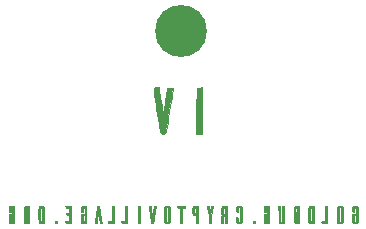
<source format=gbs>
G04 #@! TF.FileFunction,Soldermask,Bot*
%FSLAX46Y46*%
G04 Gerber Fmt 4.6, Leading zero omitted, Abs format (unit mm)*
G04 Created by KiCad (PCBNEW 4.0.5) date Saturday, July 08, 2017 'AMt' 10:19:25 AM*
%MOMM*%
%LPD*%
G01*
G04 APERTURE LIST*
%ADD10C,0.100000*%
%ADD11C,0.010000*%
%ADD12C,4.400000*%
G04 APERTURE END LIST*
D10*
D11*
G36*
X131365625Y-50063351D02*
X131159250Y-50083250D01*
X131142458Y-52035875D01*
X131125665Y-53988500D01*
X131572000Y-53988500D01*
X131572000Y-50043454D01*
X131365625Y-50063351D01*
X131365625Y-50063351D01*
G37*
X131365625Y-50063351D02*
X131159250Y-50083250D01*
X131142458Y-52035875D01*
X131125665Y-53988500D01*
X131572000Y-53988500D01*
X131572000Y-50043454D01*
X131365625Y-50063351D01*
G36*
X127570611Y-50068600D02*
X127511571Y-50129865D01*
X127508000Y-50164118D01*
X127517235Y-50252536D01*
X127542948Y-50446485D01*
X127582157Y-50725996D01*
X127631878Y-51071101D01*
X127689127Y-51461831D01*
X127750919Y-51878219D01*
X127814273Y-52300294D01*
X127876203Y-52708088D01*
X127933726Y-53081634D01*
X127983858Y-53400961D01*
X128023616Y-53646103D01*
X128050015Y-53797089D01*
X128053356Y-53813875D01*
X128107722Y-53944590D01*
X128224012Y-53987178D01*
X128267271Y-53988500D01*
X128420930Y-53962068D01*
X128509708Y-53909125D01*
X128535862Y-53827616D01*
X128577210Y-53637368D01*
X128630689Y-53355322D01*
X128693233Y-52998419D01*
X128761777Y-52583600D01*
X128833255Y-52127805D01*
X128840010Y-52083500D01*
X128910836Y-51620576D01*
X128977060Y-51193089D01*
X129035862Y-50818820D01*
X129084422Y-50515553D01*
X129119922Y-50301070D01*
X129139540Y-50193153D01*
X129140242Y-50190066D01*
X129151578Y-50096046D01*
X129104458Y-50058847D01*
X128968108Y-50059982D01*
X128928841Y-50063066D01*
X128682750Y-50083250D01*
X128571733Y-50781750D01*
X128516864Y-51124186D01*
X128459858Y-51475372D01*
X128409149Y-51783541D01*
X128385509Y-51924750D01*
X128310304Y-52369250D01*
X128195657Y-51639000D01*
X128141362Y-51294745D01*
X128085948Y-50946044D01*
X128037092Y-50641082D01*
X128011018Y-50480125D01*
X127941026Y-50051500D01*
X127724513Y-50051500D01*
X127570611Y-50068600D01*
X127570611Y-50068600D01*
G37*
X127570611Y-50068600D02*
X127511571Y-50129865D01*
X127508000Y-50164118D01*
X127517235Y-50252536D01*
X127542948Y-50446485D01*
X127582157Y-50725996D01*
X127631878Y-51071101D01*
X127689127Y-51461831D01*
X127750919Y-51878219D01*
X127814273Y-52300294D01*
X127876203Y-52708088D01*
X127933726Y-53081634D01*
X127983858Y-53400961D01*
X128023616Y-53646103D01*
X128050015Y-53797089D01*
X128053356Y-53813875D01*
X128107722Y-53944590D01*
X128224012Y-53987178D01*
X128267271Y-53988500D01*
X128420930Y-53962068D01*
X128509708Y-53909125D01*
X128535862Y-53827616D01*
X128577210Y-53637368D01*
X128630689Y-53355322D01*
X128693233Y-52998419D01*
X128761777Y-52583600D01*
X128833255Y-52127805D01*
X128840010Y-52083500D01*
X128910836Y-51620576D01*
X128977060Y-51193089D01*
X129035862Y-50818820D01*
X129084422Y-50515553D01*
X129119922Y-50301070D01*
X129139540Y-50193153D01*
X129140242Y-50190066D01*
X129151578Y-50096046D01*
X129104458Y-50058847D01*
X128968108Y-50059982D01*
X128928841Y-50063066D01*
X128682750Y-50083250D01*
X128571733Y-50781750D01*
X128516864Y-51124186D01*
X128459858Y-51475372D01*
X128409149Y-51783541D01*
X128385509Y-51924750D01*
X128310304Y-52369250D01*
X128195657Y-51639000D01*
X128141362Y-51294745D01*
X128085948Y-50946044D01*
X128037092Y-50641082D01*
X128011018Y-50480125D01*
X127941026Y-50051500D01*
X127724513Y-50051500D01*
X127570611Y-50068600D01*
G36*
X115545037Y-60057878D02*
X115585917Y-60062925D01*
X115617773Y-60072821D01*
X115644475Y-60088782D01*
X115669890Y-60112024D01*
X115670668Y-60112841D01*
X115679779Y-60122365D01*
X115687689Y-60131216D01*
X115694483Y-60140597D01*
X115700245Y-60151710D01*
X115705060Y-60165760D01*
X115709014Y-60183950D01*
X115712190Y-60207482D01*
X115714675Y-60237561D01*
X115716552Y-60275390D01*
X115717906Y-60322172D01*
X115718822Y-60379110D01*
X115719385Y-60447408D01*
X115719680Y-60528268D01*
X115719792Y-60622896D01*
X115719805Y-60732492D01*
X115719800Y-60810000D01*
X115719806Y-60929640D01*
X115719768Y-61033551D01*
X115719600Y-61122938D01*
X115719218Y-61199005D01*
X115718536Y-61262958D01*
X115717471Y-61316001D01*
X115715937Y-61359337D01*
X115713849Y-61394173D01*
X115711123Y-61421712D01*
X115707673Y-61443160D01*
X115703415Y-61459720D01*
X115698264Y-61472597D01*
X115692135Y-61482997D01*
X115684943Y-61492123D01*
X115676604Y-61501180D01*
X115670668Y-61507451D01*
X115644786Y-61530792D01*
X115615962Y-61546931D01*
X115580618Y-61556951D01*
X115535177Y-61561933D01*
X115486967Y-61563016D01*
X115432131Y-61561633D01*
X115392247Y-61557554D01*
X115365519Y-61550589D01*
X115364200Y-61550035D01*
X115320276Y-61522454D01*
X115283903Y-61482674D01*
X115270291Y-61460154D01*
X115266116Y-61451096D01*
X115262726Y-61440617D01*
X115260040Y-61426961D01*
X115257977Y-61408371D01*
X115256456Y-61383089D01*
X115255395Y-61349359D01*
X115254714Y-61305423D01*
X115254331Y-61249526D01*
X115254165Y-61179909D01*
X115254134Y-61110519D01*
X115254134Y-60792297D01*
X115274915Y-60771515D01*
X115284080Y-60763140D01*
X115293999Y-60757382D01*
X115307846Y-60753751D01*
X115328796Y-60751758D01*
X115360023Y-60750916D01*
X115404702Y-60750734D01*
X115409851Y-60750733D01*
X115524005Y-60750733D01*
X115498424Y-60807151D01*
X115478762Y-60848790D01*
X115463076Y-60877200D01*
X115449474Y-60895036D01*
X115436061Y-60904953D01*
X115426171Y-60908507D01*
X115405552Y-60913682D01*
X115408160Y-61145296D01*
X115410767Y-61376910D01*
X115433819Y-61399948D01*
X115462928Y-61419194D01*
X115494205Y-61423570D01*
X115523681Y-61413086D01*
X115538864Y-61399654D01*
X115558934Y-61376322D01*
X115558934Y-60243677D01*
X115539884Y-60222030D01*
X115518310Y-60205046D01*
X115494394Y-60195315D01*
X115474238Y-60194397D01*
X115456013Y-60202365D01*
X115439360Y-60215781D01*
X115410767Y-60241314D01*
X115408066Y-60427495D01*
X115405366Y-60613675D01*
X115348800Y-60588553D01*
X115318290Y-60574773D01*
X115295159Y-60562442D01*
X115278386Y-60549053D01*
X115266948Y-60532101D01*
X115259825Y-60509080D01*
X115255996Y-60477483D01*
X115254439Y-60434804D01*
X115254134Y-60378537D01*
X115254134Y-60356224D01*
X115254471Y-60292285D01*
X115255881Y-60242629D01*
X115258957Y-60204612D01*
X115264294Y-60175590D01*
X115272487Y-60152921D01*
X115284130Y-60133959D01*
X115299819Y-60116062D01*
X115310508Y-60105599D01*
X115335917Y-60085014D01*
X115363792Y-60070810D01*
X115397815Y-60061988D01*
X115441668Y-60057546D01*
X115491266Y-60056467D01*
X115545037Y-60057878D01*
X115545037Y-60057878D01*
G37*
X115545037Y-60057878D02*
X115585917Y-60062925D01*
X115617773Y-60072821D01*
X115644475Y-60088782D01*
X115669890Y-60112024D01*
X115670668Y-60112841D01*
X115679779Y-60122365D01*
X115687689Y-60131216D01*
X115694483Y-60140597D01*
X115700245Y-60151710D01*
X115705060Y-60165760D01*
X115709014Y-60183950D01*
X115712190Y-60207482D01*
X115714675Y-60237561D01*
X115716552Y-60275390D01*
X115717906Y-60322172D01*
X115718822Y-60379110D01*
X115719385Y-60447408D01*
X115719680Y-60528268D01*
X115719792Y-60622896D01*
X115719805Y-60732492D01*
X115719800Y-60810000D01*
X115719806Y-60929640D01*
X115719768Y-61033551D01*
X115719600Y-61122938D01*
X115719218Y-61199005D01*
X115718536Y-61262958D01*
X115717471Y-61316001D01*
X115715937Y-61359337D01*
X115713849Y-61394173D01*
X115711123Y-61421712D01*
X115707673Y-61443160D01*
X115703415Y-61459720D01*
X115698264Y-61472597D01*
X115692135Y-61482997D01*
X115684943Y-61492123D01*
X115676604Y-61501180D01*
X115670668Y-61507451D01*
X115644786Y-61530792D01*
X115615962Y-61546931D01*
X115580618Y-61556951D01*
X115535177Y-61561933D01*
X115486967Y-61563016D01*
X115432131Y-61561633D01*
X115392247Y-61557554D01*
X115365519Y-61550589D01*
X115364200Y-61550035D01*
X115320276Y-61522454D01*
X115283903Y-61482674D01*
X115270291Y-61460154D01*
X115266116Y-61451096D01*
X115262726Y-61440617D01*
X115260040Y-61426961D01*
X115257977Y-61408371D01*
X115256456Y-61383089D01*
X115255395Y-61349359D01*
X115254714Y-61305423D01*
X115254331Y-61249526D01*
X115254165Y-61179909D01*
X115254134Y-61110519D01*
X115254134Y-60792297D01*
X115274915Y-60771515D01*
X115284080Y-60763140D01*
X115293999Y-60757382D01*
X115307846Y-60753751D01*
X115328796Y-60751758D01*
X115360023Y-60750916D01*
X115404702Y-60750734D01*
X115409851Y-60750733D01*
X115524005Y-60750733D01*
X115498424Y-60807151D01*
X115478762Y-60848790D01*
X115463076Y-60877200D01*
X115449474Y-60895036D01*
X115436061Y-60904953D01*
X115426171Y-60908507D01*
X115405552Y-60913682D01*
X115408160Y-61145296D01*
X115410767Y-61376910D01*
X115433819Y-61399948D01*
X115462928Y-61419194D01*
X115494205Y-61423570D01*
X115523681Y-61413086D01*
X115538864Y-61399654D01*
X115558934Y-61376322D01*
X115558934Y-60243677D01*
X115539884Y-60222030D01*
X115518310Y-60205046D01*
X115494394Y-60195315D01*
X115474238Y-60194397D01*
X115456013Y-60202365D01*
X115439360Y-60215781D01*
X115410767Y-60241314D01*
X115408066Y-60427495D01*
X115405366Y-60613675D01*
X115348800Y-60588553D01*
X115318290Y-60574773D01*
X115295159Y-60562442D01*
X115278386Y-60549053D01*
X115266948Y-60532101D01*
X115259825Y-60509080D01*
X115255996Y-60477483D01*
X115254439Y-60434804D01*
X115254134Y-60378537D01*
X115254134Y-60356224D01*
X115254471Y-60292285D01*
X115255881Y-60242629D01*
X115258957Y-60204612D01*
X115264294Y-60175590D01*
X115272487Y-60152921D01*
X115284130Y-60133959D01*
X115299819Y-60116062D01*
X115310508Y-60105599D01*
X115335917Y-60085014D01*
X115363792Y-60070810D01*
X115397815Y-60061988D01*
X115441668Y-60057546D01*
X115491266Y-60056467D01*
X115545037Y-60057878D01*
G36*
X118043909Y-60056321D02*
X118090071Y-60059374D01*
X118128773Y-60064885D01*
X118154039Y-60072257D01*
X118191536Y-60096445D01*
X118224188Y-60130497D01*
X118246939Y-60168754D01*
X118251375Y-60181209D01*
X118253355Y-60195067D01*
X118255017Y-60222215D01*
X118256364Y-60263108D01*
X118257403Y-60318199D01*
X118258138Y-60387939D01*
X118258573Y-60472782D01*
X118258713Y-60573182D01*
X118258563Y-60689590D01*
X118258128Y-60822460D01*
X118258107Y-60827556D01*
X118255567Y-61442013D01*
X118232211Y-61477301D01*
X118209746Y-61504600D01*
X118182058Y-61529843D01*
X118173604Y-61535944D01*
X118158489Y-61545383D01*
X118144231Y-61551943D01*
X118127293Y-61556223D01*
X118104139Y-61558823D01*
X118071232Y-61560343D01*
X118025036Y-61561381D01*
X118023393Y-61561411D01*
X117971733Y-61561853D01*
X117933827Y-61560830D01*
X117906538Y-61558104D01*
X117886731Y-61553434D01*
X117878800Y-61550361D01*
X117834244Y-61521949D01*
X117797676Y-61481474D01*
X117784891Y-61460154D01*
X117781827Y-61453608D01*
X117779176Y-61445926D01*
X117776909Y-61435906D01*
X117774995Y-61422346D01*
X117773405Y-61404044D01*
X117772109Y-61379797D01*
X117771077Y-61348403D01*
X117770278Y-61308661D01*
X117769685Y-61259368D01*
X117769265Y-61199322D01*
X117768990Y-61127320D01*
X117768830Y-61042162D01*
X117768754Y-60942644D01*
X117768734Y-60827564D01*
X117768734Y-60810000D01*
X117768734Y-60809258D01*
X117929600Y-60809258D01*
X117929632Y-60921835D01*
X117929748Y-61018696D01*
X117929975Y-61101056D01*
X117930343Y-61170131D01*
X117930879Y-61227139D01*
X117931612Y-61273296D01*
X117932570Y-61309818D01*
X117933781Y-61337921D01*
X117935275Y-61358821D01*
X117937079Y-61373736D01*
X117939221Y-61383881D01*
X117941730Y-61390473D01*
X117943206Y-61392924D01*
X117969253Y-61416584D01*
X118002548Y-61426700D01*
X118039236Y-61422514D01*
X118056770Y-61415279D01*
X118076986Y-61401296D01*
X118090216Y-61386202D01*
X118092200Y-61373829D01*
X118093933Y-61344708D01*
X118095415Y-61299027D01*
X118096640Y-61236968D01*
X118097607Y-61158718D01*
X118098313Y-61064462D01*
X118098755Y-60954383D01*
X118098930Y-60828668D01*
X118098934Y-60808207D01*
X118098949Y-60694356D01*
X118098928Y-60596229D01*
X118098772Y-60512615D01*
X118098379Y-60442307D01*
X118097649Y-60384093D01*
X118096483Y-60336765D01*
X118094780Y-60299113D01*
X118092440Y-60269928D01*
X118089363Y-60247999D01*
X118085449Y-60232118D01*
X118080597Y-60221075D01*
X118074708Y-60213660D01*
X118067680Y-60208664D01*
X118059415Y-60204877D01*
X118049811Y-60201090D01*
X118048612Y-60200598D01*
X118014055Y-60193903D01*
X117979763Y-60199982D01*
X117951811Y-60217496D01*
X117946900Y-60223023D01*
X117943482Y-60227706D01*
X117940546Y-60233247D01*
X117938056Y-60240891D01*
X117935976Y-60251883D01*
X117934268Y-60267469D01*
X117932896Y-60288892D01*
X117931823Y-60317399D01*
X117931012Y-60354234D01*
X117930427Y-60400641D01*
X117930031Y-60457867D01*
X117929787Y-60527155D01*
X117929658Y-60609752D01*
X117929608Y-60706901D01*
X117929600Y-60809258D01*
X117768734Y-60809258D01*
X117768749Y-60692627D01*
X117768815Y-60590986D01*
X117768961Y-60503873D01*
X117769218Y-60430088D01*
X117769616Y-60368427D01*
X117770183Y-60317689D01*
X117770950Y-60276672D01*
X117771948Y-60244173D01*
X117773205Y-60218990D01*
X117774752Y-60199921D01*
X117776618Y-60185765D01*
X117778834Y-60175318D01*
X117781429Y-60167379D01*
X117784433Y-60160746D01*
X117784891Y-60159846D01*
X117816575Y-60114940D01*
X117858491Y-60080852D01*
X117880645Y-60069616D01*
X117908654Y-60062373D01*
X117948401Y-60057773D01*
X117995086Y-60055772D01*
X118043909Y-60056321D01*
X118043909Y-60056321D01*
G37*
X118043909Y-60056321D02*
X118090071Y-60059374D01*
X118128773Y-60064885D01*
X118154039Y-60072257D01*
X118191536Y-60096445D01*
X118224188Y-60130497D01*
X118246939Y-60168754D01*
X118251375Y-60181209D01*
X118253355Y-60195067D01*
X118255017Y-60222215D01*
X118256364Y-60263108D01*
X118257403Y-60318199D01*
X118258138Y-60387939D01*
X118258573Y-60472782D01*
X118258713Y-60573182D01*
X118258563Y-60689590D01*
X118258128Y-60822460D01*
X118258107Y-60827556D01*
X118255567Y-61442013D01*
X118232211Y-61477301D01*
X118209746Y-61504600D01*
X118182058Y-61529843D01*
X118173604Y-61535944D01*
X118158489Y-61545383D01*
X118144231Y-61551943D01*
X118127293Y-61556223D01*
X118104139Y-61558823D01*
X118071232Y-61560343D01*
X118025036Y-61561381D01*
X118023393Y-61561411D01*
X117971733Y-61561853D01*
X117933827Y-61560830D01*
X117906538Y-61558104D01*
X117886731Y-61553434D01*
X117878800Y-61550361D01*
X117834244Y-61521949D01*
X117797676Y-61481474D01*
X117784891Y-61460154D01*
X117781827Y-61453608D01*
X117779176Y-61445926D01*
X117776909Y-61435906D01*
X117774995Y-61422346D01*
X117773405Y-61404044D01*
X117772109Y-61379797D01*
X117771077Y-61348403D01*
X117770278Y-61308661D01*
X117769685Y-61259368D01*
X117769265Y-61199322D01*
X117768990Y-61127320D01*
X117768830Y-61042162D01*
X117768754Y-60942644D01*
X117768734Y-60827564D01*
X117768734Y-60810000D01*
X117768734Y-60809258D01*
X117929600Y-60809258D01*
X117929632Y-60921835D01*
X117929748Y-61018696D01*
X117929975Y-61101056D01*
X117930343Y-61170131D01*
X117930879Y-61227139D01*
X117931612Y-61273296D01*
X117932570Y-61309818D01*
X117933781Y-61337921D01*
X117935275Y-61358821D01*
X117937079Y-61373736D01*
X117939221Y-61383881D01*
X117941730Y-61390473D01*
X117943206Y-61392924D01*
X117969253Y-61416584D01*
X118002548Y-61426700D01*
X118039236Y-61422514D01*
X118056770Y-61415279D01*
X118076986Y-61401296D01*
X118090216Y-61386202D01*
X118092200Y-61373829D01*
X118093933Y-61344708D01*
X118095415Y-61299027D01*
X118096640Y-61236968D01*
X118097607Y-61158718D01*
X118098313Y-61064462D01*
X118098755Y-60954383D01*
X118098930Y-60828668D01*
X118098934Y-60808207D01*
X118098949Y-60694356D01*
X118098928Y-60596229D01*
X118098772Y-60512615D01*
X118098379Y-60442307D01*
X118097649Y-60384093D01*
X118096483Y-60336765D01*
X118094780Y-60299113D01*
X118092440Y-60269928D01*
X118089363Y-60247999D01*
X118085449Y-60232118D01*
X118080597Y-60221075D01*
X118074708Y-60213660D01*
X118067680Y-60208664D01*
X118059415Y-60204877D01*
X118049811Y-60201090D01*
X118048612Y-60200598D01*
X118014055Y-60193903D01*
X117979763Y-60199982D01*
X117951811Y-60217496D01*
X117946900Y-60223023D01*
X117943482Y-60227706D01*
X117940546Y-60233247D01*
X117938056Y-60240891D01*
X117935976Y-60251883D01*
X117934268Y-60267469D01*
X117932896Y-60288892D01*
X117931823Y-60317399D01*
X117931012Y-60354234D01*
X117930427Y-60400641D01*
X117930031Y-60457867D01*
X117929787Y-60527155D01*
X117929658Y-60609752D01*
X117929608Y-60706901D01*
X117929600Y-60809258D01*
X117768734Y-60809258D01*
X117768749Y-60692627D01*
X117768815Y-60590986D01*
X117768961Y-60503873D01*
X117769218Y-60430088D01*
X117769616Y-60368427D01*
X117770183Y-60317689D01*
X117770950Y-60276672D01*
X117771948Y-60244173D01*
X117773205Y-60218990D01*
X117774752Y-60199921D01*
X117776618Y-60185765D01*
X117778834Y-60175318D01*
X117781429Y-60167379D01*
X117784433Y-60160746D01*
X117784891Y-60159846D01*
X117816575Y-60114940D01*
X117858491Y-60080852D01*
X117880645Y-60069616D01*
X117908654Y-60062373D01*
X117948401Y-60057773D01*
X117995086Y-60055772D01*
X118043909Y-60056321D01*
G36*
X121749350Y-60087299D02*
X121779605Y-60115455D01*
X121804605Y-60149790D01*
X121807333Y-60154797D01*
X121828500Y-60195697D01*
X121830839Y-60792018D01*
X121831308Y-60912901D01*
X121831641Y-61018055D01*
X121831748Y-61108687D01*
X121831536Y-61186003D01*
X121830913Y-61251207D01*
X121829790Y-61305506D01*
X121828073Y-61350104D01*
X121825672Y-61386208D01*
X121822495Y-61415022D01*
X121818450Y-61437754D01*
X121813446Y-61455607D01*
X121807393Y-61469787D01*
X121800197Y-61481500D01*
X121791768Y-61491952D01*
X121782014Y-61502348D01*
X121776509Y-61508007D01*
X121752525Y-61529352D01*
X121727447Y-61546681D01*
X121717313Y-61551847D01*
X121695831Y-61556910D01*
X121662250Y-61560495D01*
X121621315Y-61562556D01*
X121577767Y-61563048D01*
X121536350Y-61561927D01*
X121501808Y-61559148D01*
X121478882Y-61554666D01*
X121477387Y-61554113D01*
X121433389Y-61527947D01*
X121396983Y-61489140D01*
X121378444Y-61457189D01*
X121358000Y-61412534D01*
X121360417Y-61097812D01*
X121362834Y-60783089D01*
X121382821Y-60766911D01*
X121393001Y-60760235D01*
X121406229Y-60755666D01*
X121425666Y-60752821D01*
X121454471Y-60751317D01*
X121495802Y-60750770D01*
X121516171Y-60750733D01*
X121557769Y-60750963D01*
X121592505Y-60751594D01*
X121617284Y-60752536D01*
X121629006Y-60753699D01*
X121629534Y-60754016D01*
X121626254Y-60762728D01*
X121617581Y-60782770D01*
X121605265Y-60810121D01*
X121602846Y-60815399D01*
X121579264Y-60861586D01*
X121557792Y-60893207D01*
X121539021Y-60909472D01*
X121530691Y-60911600D01*
X121526925Y-60919628D01*
X121523841Y-60941983D01*
X121521432Y-60976073D01*
X121519691Y-61019307D01*
X121518613Y-61069092D01*
X121518191Y-61122837D01*
X121518420Y-61177949D01*
X121519293Y-61231837D01*
X121520804Y-61281907D01*
X121522947Y-61325570D01*
X121525715Y-61360232D01*
X121529103Y-61383301D01*
X121531830Y-61391149D01*
X121556721Y-61413814D01*
X121587989Y-61424037D01*
X121619970Y-61420032D01*
X121621466Y-61419434D01*
X121631228Y-61415415D01*
X121639641Y-61411222D01*
X121646805Y-61405644D01*
X121652821Y-61397470D01*
X121657790Y-61385488D01*
X121661810Y-61368488D01*
X121664983Y-61345258D01*
X121667408Y-61314587D01*
X121669186Y-61275263D01*
X121670416Y-61226076D01*
X121671200Y-61165814D01*
X121671637Y-61093265D01*
X121671827Y-61007219D01*
X121671870Y-60906464D01*
X121671867Y-60810000D01*
X121671869Y-60696010D01*
X121671808Y-60597742D01*
X121671585Y-60513985D01*
X121671098Y-60443528D01*
X121670248Y-60385159D01*
X121668935Y-60337666D01*
X121667058Y-60299840D01*
X121664518Y-60270468D01*
X121661213Y-60248339D01*
X121657045Y-60232242D01*
X121651912Y-60220966D01*
X121645715Y-60213299D01*
X121638353Y-60208030D01*
X121629727Y-60203948D01*
X121621466Y-60200565D01*
X121597490Y-60194179D01*
X121574786Y-60198602D01*
X121570548Y-60200284D01*
X121556048Y-60206757D01*
X121544873Y-60214098D01*
X121536532Y-60224478D01*
X121530532Y-60240068D01*
X121526380Y-60263038D01*
X121523585Y-60295558D01*
X121521654Y-60339800D01*
X121520096Y-60397934D01*
X121519467Y-60425540D01*
X121515234Y-60614259D01*
X121447412Y-60582366D01*
X121408652Y-60562520D01*
X121383758Y-60545582D01*
X121370300Y-60529849D01*
X121369096Y-60527438D01*
X121364481Y-60508174D01*
X121361211Y-60473338D01*
X121359259Y-60422496D01*
X121358600Y-60355211D01*
X121358600Y-60353920D01*
X121358689Y-60299836D01*
X121359196Y-60259631D01*
X121360484Y-60230250D01*
X121362915Y-60208640D01*
X121366851Y-60191745D01*
X121372654Y-60176512D01*
X121380686Y-60159885D01*
X121381884Y-60157520D01*
X121413005Y-60111735D01*
X121441880Y-60086152D01*
X121456974Y-60076030D01*
X121470317Y-60069025D01*
X121485374Y-60064565D01*
X121505613Y-60062075D01*
X121534498Y-60060980D01*
X121575495Y-60060707D01*
X121595563Y-60060700D01*
X121712534Y-60060700D01*
X121749350Y-60087299D01*
X121749350Y-60087299D01*
G37*
X121749350Y-60087299D02*
X121779605Y-60115455D01*
X121804605Y-60149790D01*
X121807333Y-60154797D01*
X121828500Y-60195697D01*
X121830839Y-60792018D01*
X121831308Y-60912901D01*
X121831641Y-61018055D01*
X121831748Y-61108687D01*
X121831536Y-61186003D01*
X121830913Y-61251207D01*
X121829790Y-61305506D01*
X121828073Y-61350104D01*
X121825672Y-61386208D01*
X121822495Y-61415022D01*
X121818450Y-61437754D01*
X121813446Y-61455607D01*
X121807393Y-61469787D01*
X121800197Y-61481500D01*
X121791768Y-61491952D01*
X121782014Y-61502348D01*
X121776509Y-61508007D01*
X121752525Y-61529352D01*
X121727447Y-61546681D01*
X121717313Y-61551847D01*
X121695831Y-61556910D01*
X121662250Y-61560495D01*
X121621315Y-61562556D01*
X121577767Y-61563048D01*
X121536350Y-61561927D01*
X121501808Y-61559148D01*
X121478882Y-61554666D01*
X121477387Y-61554113D01*
X121433389Y-61527947D01*
X121396983Y-61489140D01*
X121378444Y-61457189D01*
X121358000Y-61412534D01*
X121360417Y-61097812D01*
X121362834Y-60783089D01*
X121382821Y-60766911D01*
X121393001Y-60760235D01*
X121406229Y-60755666D01*
X121425666Y-60752821D01*
X121454471Y-60751317D01*
X121495802Y-60750770D01*
X121516171Y-60750733D01*
X121557769Y-60750963D01*
X121592505Y-60751594D01*
X121617284Y-60752536D01*
X121629006Y-60753699D01*
X121629534Y-60754016D01*
X121626254Y-60762728D01*
X121617581Y-60782770D01*
X121605265Y-60810121D01*
X121602846Y-60815399D01*
X121579264Y-60861586D01*
X121557792Y-60893207D01*
X121539021Y-60909472D01*
X121530691Y-60911600D01*
X121526925Y-60919628D01*
X121523841Y-60941983D01*
X121521432Y-60976073D01*
X121519691Y-61019307D01*
X121518613Y-61069092D01*
X121518191Y-61122837D01*
X121518420Y-61177949D01*
X121519293Y-61231837D01*
X121520804Y-61281907D01*
X121522947Y-61325570D01*
X121525715Y-61360232D01*
X121529103Y-61383301D01*
X121531830Y-61391149D01*
X121556721Y-61413814D01*
X121587989Y-61424037D01*
X121619970Y-61420032D01*
X121621466Y-61419434D01*
X121631228Y-61415415D01*
X121639641Y-61411222D01*
X121646805Y-61405644D01*
X121652821Y-61397470D01*
X121657790Y-61385488D01*
X121661810Y-61368488D01*
X121664983Y-61345258D01*
X121667408Y-61314587D01*
X121669186Y-61275263D01*
X121670416Y-61226076D01*
X121671200Y-61165814D01*
X121671637Y-61093265D01*
X121671827Y-61007219D01*
X121671870Y-60906464D01*
X121671867Y-60810000D01*
X121671869Y-60696010D01*
X121671808Y-60597742D01*
X121671585Y-60513985D01*
X121671098Y-60443528D01*
X121670248Y-60385159D01*
X121668935Y-60337666D01*
X121667058Y-60299840D01*
X121664518Y-60270468D01*
X121661213Y-60248339D01*
X121657045Y-60232242D01*
X121651912Y-60220966D01*
X121645715Y-60213299D01*
X121638353Y-60208030D01*
X121629727Y-60203948D01*
X121621466Y-60200565D01*
X121597490Y-60194179D01*
X121574786Y-60198602D01*
X121570548Y-60200284D01*
X121556048Y-60206757D01*
X121544873Y-60214098D01*
X121536532Y-60224478D01*
X121530532Y-60240068D01*
X121526380Y-60263038D01*
X121523585Y-60295558D01*
X121521654Y-60339800D01*
X121520096Y-60397934D01*
X121519467Y-60425540D01*
X121515234Y-60614259D01*
X121447412Y-60582366D01*
X121408652Y-60562520D01*
X121383758Y-60545582D01*
X121370300Y-60529849D01*
X121369096Y-60527438D01*
X121364481Y-60508174D01*
X121361211Y-60473338D01*
X121359259Y-60422496D01*
X121358600Y-60355211D01*
X121358600Y-60353920D01*
X121358689Y-60299836D01*
X121359196Y-60259631D01*
X121360484Y-60230250D01*
X121362915Y-60208640D01*
X121366851Y-60191745D01*
X121372654Y-60176512D01*
X121380686Y-60159885D01*
X121381884Y-60157520D01*
X121413005Y-60111735D01*
X121441880Y-60086152D01*
X121456974Y-60076030D01*
X121470317Y-60069025D01*
X121485374Y-60064565D01*
X121505613Y-60062075D01*
X121534498Y-60060980D01*
X121575495Y-60060707D01*
X121595563Y-60060700D01*
X121712534Y-60060700D01*
X121749350Y-60087299D01*
G36*
X128649696Y-60057795D02*
X128657061Y-60057959D01*
X128703905Y-60059194D01*
X128737309Y-60060762D01*
X128760767Y-60063302D01*
X128777769Y-60067457D01*
X128791808Y-60073867D01*
X128806376Y-60083172D01*
X128810691Y-60086152D01*
X128848162Y-60122001D01*
X128870650Y-60157520D01*
X128893933Y-60203436D01*
X128893933Y-61417666D01*
X128870283Y-61462938D01*
X128842498Y-61503855D01*
X128810324Y-61533755D01*
X128795444Y-61543832D01*
X128782034Y-61550898D01*
X128766686Y-61555564D01*
X128745995Y-61558435D01*
X128716554Y-61560122D01*
X128674957Y-61561230D01*
X128654058Y-61561650D01*
X128606394Y-61562441D01*
X128572183Y-61562349D01*
X128547951Y-61560943D01*
X128530224Y-61557789D01*
X128515527Y-61552455D01*
X128500386Y-61544511D01*
X128496000Y-61541995D01*
X128454808Y-61512708D01*
X128426620Y-61478236D01*
X128407510Y-61433754D01*
X128407240Y-61432880D01*
X128404680Y-61422565D01*
X128402474Y-61408667D01*
X128400598Y-61389969D01*
X128399026Y-61365251D01*
X128397734Y-61333296D01*
X128396696Y-61292885D01*
X128395887Y-61242798D01*
X128395282Y-61181819D01*
X128394856Y-61108727D01*
X128394584Y-61022305D01*
X128394440Y-60921334D01*
X128394400Y-60810000D01*
X128394413Y-60690812D01*
X128394515Y-60587339D01*
X128394795Y-60498363D01*
X128395348Y-60422666D01*
X128396264Y-60359028D01*
X128397635Y-60306233D01*
X128399553Y-60263061D01*
X128401150Y-60241344D01*
X128559500Y-60241344D01*
X128559500Y-60808416D01*
X128559512Y-60920242D01*
X128559570Y-61016369D01*
X128559711Y-61098032D01*
X128559970Y-61166466D01*
X128560382Y-61222906D01*
X128560985Y-61268585D01*
X128561812Y-61304740D01*
X128562901Y-61332604D01*
X128564286Y-61353413D01*
X128566003Y-61368400D01*
X128568088Y-61378801D01*
X128570577Y-61385851D01*
X128573505Y-61390784D01*
X128576433Y-61394310D01*
X128608277Y-61418690D01*
X128644318Y-61427255D01*
X128682034Y-61419521D01*
X128689506Y-61416001D01*
X128710065Y-61399803D01*
X128722952Y-61381736D01*
X128725139Y-61372202D01*
X128727023Y-61353300D01*
X128728620Y-61324153D01*
X128729945Y-61283883D01*
X128731013Y-61231610D01*
X128731841Y-61166458D01*
X128732443Y-61087546D01*
X128732836Y-60993997D01*
X128733034Y-60884933D01*
X128733067Y-60810000D01*
X128732980Y-60690987D01*
X128732708Y-60588028D01*
X128732236Y-60500245D01*
X128731548Y-60426759D01*
X128730629Y-60366692D01*
X128729463Y-60319166D01*
X128728035Y-60283302D01*
X128726329Y-60258222D01*
X128724330Y-60243047D01*
X128722952Y-60238263D01*
X128702494Y-60211598D01*
X128673349Y-60196429D01*
X128639869Y-60193448D01*
X128606405Y-60203349D01*
X128587150Y-60216639D01*
X128559500Y-60241344D01*
X128401150Y-60241344D01*
X128402110Y-60228295D01*
X128405397Y-60200716D01*
X128409508Y-60179105D01*
X128414532Y-60162245D01*
X128420563Y-60148918D01*
X128427693Y-60137904D01*
X128436012Y-60127986D01*
X128445613Y-60117946D01*
X128446654Y-60116881D01*
X128471269Y-60093678D01*
X128494935Y-60077117D01*
X128521131Y-60066222D01*
X128553338Y-60060020D01*
X128595033Y-60057536D01*
X128649696Y-60057795D01*
X128649696Y-60057795D01*
G37*
X128649696Y-60057795D02*
X128657061Y-60057959D01*
X128703905Y-60059194D01*
X128737309Y-60060762D01*
X128760767Y-60063302D01*
X128777769Y-60067457D01*
X128791808Y-60073867D01*
X128806376Y-60083172D01*
X128810691Y-60086152D01*
X128848162Y-60122001D01*
X128870650Y-60157520D01*
X128893933Y-60203436D01*
X128893933Y-61417666D01*
X128870283Y-61462938D01*
X128842498Y-61503855D01*
X128810324Y-61533755D01*
X128795444Y-61543832D01*
X128782034Y-61550898D01*
X128766686Y-61555564D01*
X128745995Y-61558435D01*
X128716554Y-61560122D01*
X128674957Y-61561230D01*
X128654058Y-61561650D01*
X128606394Y-61562441D01*
X128572183Y-61562349D01*
X128547951Y-61560943D01*
X128530224Y-61557789D01*
X128515527Y-61552455D01*
X128500386Y-61544511D01*
X128496000Y-61541995D01*
X128454808Y-61512708D01*
X128426620Y-61478236D01*
X128407510Y-61433754D01*
X128407240Y-61432880D01*
X128404680Y-61422565D01*
X128402474Y-61408667D01*
X128400598Y-61389969D01*
X128399026Y-61365251D01*
X128397734Y-61333296D01*
X128396696Y-61292885D01*
X128395887Y-61242798D01*
X128395282Y-61181819D01*
X128394856Y-61108727D01*
X128394584Y-61022305D01*
X128394440Y-60921334D01*
X128394400Y-60810000D01*
X128394413Y-60690812D01*
X128394515Y-60587339D01*
X128394795Y-60498363D01*
X128395348Y-60422666D01*
X128396264Y-60359028D01*
X128397635Y-60306233D01*
X128399553Y-60263061D01*
X128401150Y-60241344D01*
X128559500Y-60241344D01*
X128559500Y-60808416D01*
X128559512Y-60920242D01*
X128559570Y-61016369D01*
X128559711Y-61098032D01*
X128559970Y-61166466D01*
X128560382Y-61222906D01*
X128560985Y-61268585D01*
X128561812Y-61304740D01*
X128562901Y-61332604D01*
X128564286Y-61353413D01*
X128566003Y-61368400D01*
X128568088Y-61378801D01*
X128570577Y-61385851D01*
X128573505Y-61390784D01*
X128576433Y-61394310D01*
X128608277Y-61418690D01*
X128644318Y-61427255D01*
X128682034Y-61419521D01*
X128689506Y-61416001D01*
X128710065Y-61399803D01*
X128722952Y-61381736D01*
X128725139Y-61372202D01*
X128727023Y-61353300D01*
X128728620Y-61324153D01*
X128729945Y-61283883D01*
X128731013Y-61231610D01*
X128731841Y-61166458D01*
X128732443Y-61087546D01*
X128732836Y-60993997D01*
X128733034Y-60884933D01*
X128733067Y-60810000D01*
X128732980Y-60690987D01*
X128732708Y-60588028D01*
X128732236Y-60500245D01*
X128731548Y-60426759D01*
X128730629Y-60366692D01*
X128729463Y-60319166D01*
X128728035Y-60283302D01*
X128726329Y-60258222D01*
X128724330Y-60243047D01*
X128722952Y-60238263D01*
X128702494Y-60211598D01*
X128673349Y-60196429D01*
X128639869Y-60193448D01*
X128606405Y-60203349D01*
X128587150Y-60216639D01*
X128559500Y-60241344D01*
X128401150Y-60241344D01*
X128402110Y-60228295D01*
X128405397Y-60200716D01*
X128409508Y-60179105D01*
X128414532Y-60162245D01*
X128420563Y-60148918D01*
X128427693Y-60137904D01*
X128436012Y-60127986D01*
X128445613Y-60117946D01*
X128446654Y-60116881D01*
X128471269Y-60093678D01*
X128494935Y-60077117D01*
X128521131Y-60066222D01*
X128553338Y-60060020D01*
X128595033Y-60057536D01*
X128649696Y-60057795D01*
G36*
X134799995Y-60057374D02*
X134838375Y-60060841D01*
X134867828Y-60067986D01*
X134892326Y-60079928D01*
X134915843Y-60097785D01*
X134925092Y-60106116D01*
X134945445Y-60129271D01*
X134963521Y-60156499D01*
X134965309Y-60159846D01*
X134968373Y-60166392D01*
X134971024Y-60174073D01*
X134973292Y-60184093D01*
X134975205Y-60197653D01*
X134976795Y-60215956D01*
X134978092Y-60240203D01*
X134979124Y-60271596D01*
X134979922Y-60311339D01*
X134980516Y-60360632D01*
X134980935Y-60420678D01*
X134981210Y-60492679D01*
X134981370Y-60577838D01*
X134981446Y-60677356D01*
X134981467Y-60792436D01*
X134981467Y-60810000D01*
X134981451Y-60927372D01*
X134981385Y-61029014D01*
X134981239Y-61116126D01*
X134980982Y-61189912D01*
X134980585Y-61251572D01*
X134980017Y-61302310D01*
X134979250Y-61343328D01*
X134978253Y-61375827D01*
X134976995Y-61401010D01*
X134975449Y-61420078D01*
X134973582Y-61434235D01*
X134971367Y-61444681D01*
X134968772Y-61452620D01*
X134965768Y-61459254D01*
X134965309Y-61460154D01*
X134933888Y-61504325D01*
X134891185Y-61540026D01*
X134873937Y-61549867D01*
X134848221Y-61557576D01*
X134810695Y-61562386D01*
X134766228Y-61564342D01*
X134719684Y-61563491D01*
X134675932Y-61559877D01*
X134639837Y-61553549D01*
X134621634Y-61547482D01*
X134593927Y-61531286D01*
X134568806Y-61511343D01*
X134564933Y-61507451D01*
X134550415Y-61490938D01*
X134539064Y-61474492D01*
X134530494Y-61455824D01*
X134524318Y-61432650D01*
X134520150Y-61402682D01*
X134517604Y-61363634D01*
X134516294Y-61313220D01*
X134515833Y-61249153D01*
X134515800Y-61216558D01*
X134515800Y-61012973D01*
X134543317Y-61024606D01*
X134595062Y-61047678D01*
X134631003Y-61066506D01*
X134651655Y-61081377D01*
X134656648Y-61087901D01*
X134659195Y-61100893D01*
X134661888Y-61127601D01*
X134664487Y-61164811D01*
X134666754Y-61209310D01*
X134667900Y-61239513D01*
X134669672Y-61290660D01*
X134671411Y-61327723D01*
X134673605Y-61353541D01*
X134676743Y-61370954D01*
X134681313Y-61382804D01*
X134687804Y-61391929D01*
X134695486Y-61399956D01*
X134725279Y-61419412D01*
X134757541Y-61422989D01*
X134788863Y-61410687D01*
X134801781Y-61399934D01*
X134824834Y-61376882D01*
X134824834Y-60243118D01*
X134801781Y-60220066D01*
X134771999Y-60200597D01*
X134739740Y-60197007D01*
X134708411Y-60209296D01*
X134695486Y-60220045D01*
X134672434Y-60243077D01*
X134668200Y-60424282D01*
X134663967Y-60605487D01*
X134603841Y-60577621D01*
X134574890Y-60563905D01*
X134553103Y-60551514D01*
X134537461Y-60537871D01*
X134526947Y-60520399D01*
X134520542Y-60496523D01*
X134517228Y-60463665D01*
X134515987Y-60419250D01*
X134515800Y-60360701D01*
X134515800Y-60354877D01*
X134516222Y-60291401D01*
X134517854Y-60242142D01*
X134521245Y-60204397D01*
X134526943Y-60175463D01*
X134535497Y-60152638D01*
X134547456Y-60133217D01*
X134563368Y-60114499D01*
X134564933Y-60112841D01*
X134589621Y-60089893D01*
X134615263Y-60073939D01*
X134645613Y-60063826D01*
X134684426Y-60058404D01*
X134735455Y-60056520D01*
X134748717Y-60056467D01*
X134799995Y-60057374D01*
X134799995Y-60057374D01*
G37*
X134799995Y-60057374D02*
X134838375Y-60060841D01*
X134867828Y-60067986D01*
X134892326Y-60079928D01*
X134915843Y-60097785D01*
X134925092Y-60106116D01*
X134945445Y-60129271D01*
X134963521Y-60156499D01*
X134965309Y-60159846D01*
X134968373Y-60166392D01*
X134971024Y-60174073D01*
X134973292Y-60184093D01*
X134975205Y-60197653D01*
X134976795Y-60215956D01*
X134978092Y-60240203D01*
X134979124Y-60271596D01*
X134979922Y-60311339D01*
X134980516Y-60360632D01*
X134980935Y-60420678D01*
X134981210Y-60492679D01*
X134981370Y-60577838D01*
X134981446Y-60677356D01*
X134981467Y-60792436D01*
X134981467Y-60810000D01*
X134981451Y-60927372D01*
X134981385Y-61029014D01*
X134981239Y-61116126D01*
X134980982Y-61189912D01*
X134980585Y-61251572D01*
X134980017Y-61302310D01*
X134979250Y-61343328D01*
X134978253Y-61375827D01*
X134976995Y-61401010D01*
X134975449Y-61420078D01*
X134973582Y-61434235D01*
X134971367Y-61444681D01*
X134968772Y-61452620D01*
X134965768Y-61459254D01*
X134965309Y-61460154D01*
X134933888Y-61504325D01*
X134891185Y-61540026D01*
X134873937Y-61549867D01*
X134848221Y-61557576D01*
X134810695Y-61562386D01*
X134766228Y-61564342D01*
X134719684Y-61563491D01*
X134675932Y-61559877D01*
X134639837Y-61553549D01*
X134621634Y-61547482D01*
X134593927Y-61531286D01*
X134568806Y-61511343D01*
X134564933Y-61507451D01*
X134550415Y-61490938D01*
X134539064Y-61474492D01*
X134530494Y-61455824D01*
X134524318Y-61432650D01*
X134520150Y-61402682D01*
X134517604Y-61363634D01*
X134516294Y-61313220D01*
X134515833Y-61249153D01*
X134515800Y-61216558D01*
X134515800Y-61012973D01*
X134543317Y-61024606D01*
X134595062Y-61047678D01*
X134631003Y-61066506D01*
X134651655Y-61081377D01*
X134656648Y-61087901D01*
X134659195Y-61100893D01*
X134661888Y-61127601D01*
X134664487Y-61164811D01*
X134666754Y-61209310D01*
X134667900Y-61239513D01*
X134669672Y-61290660D01*
X134671411Y-61327723D01*
X134673605Y-61353541D01*
X134676743Y-61370954D01*
X134681313Y-61382804D01*
X134687804Y-61391929D01*
X134695486Y-61399956D01*
X134725279Y-61419412D01*
X134757541Y-61422989D01*
X134788863Y-61410687D01*
X134801781Y-61399934D01*
X134824834Y-61376882D01*
X134824834Y-60243118D01*
X134801781Y-60220066D01*
X134771999Y-60200597D01*
X134739740Y-60197007D01*
X134708411Y-60209296D01*
X134695486Y-60220045D01*
X134672434Y-60243077D01*
X134668200Y-60424282D01*
X134663967Y-60605487D01*
X134603841Y-60577621D01*
X134574890Y-60563905D01*
X134553103Y-60551514D01*
X134537461Y-60537871D01*
X134526947Y-60520399D01*
X134520542Y-60496523D01*
X134517228Y-60463665D01*
X134515987Y-60419250D01*
X134515800Y-60360701D01*
X134515800Y-60354877D01*
X134516222Y-60291401D01*
X134517854Y-60242142D01*
X134521245Y-60204397D01*
X134526943Y-60175463D01*
X134535497Y-60152638D01*
X134547456Y-60133217D01*
X134563368Y-60114499D01*
X134564933Y-60112841D01*
X134589621Y-60089893D01*
X134615263Y-60073939D01*
X134645613Y-60063826D01*
X134684426Y-60058404D01*
X134735455Y-60056520D01*
X134748717Y-60056467D01*
X134799995Y-60057374D01*
G36*
X137125042Y-60057615D02*
X137165164Y-60061885D01*
X137196298Y-60070508D01*
X137222361Y-60084717D01*
X137247273Y-60105748D01*
X137255832Y-60114315D01*
X137265882Y-60124791D01*
X137274599Y-60134901D01*
X137282080Y-60145865D01*
X137288417Y-60158905D01*
X137293707Y-60175240D01*
X137298044Y-60196092D01*
X137301522Y-60222682D01*
X137304236Y-60256230D01*
X137306280Y-60297957D01*
X137307751Y-60349084D01*
X137308741Y-60410832D01*
X137309347Y-60484421D01*
X137309662Y-60571072D01*
X137309782Y-60672007D01*
X137309800Y-60788445D01*
X137309800Y-60810000D01*
X137309789Y-60929212D01*
X137309694Y-61032711D01*
X137309419Y-61121719D01*
X137308870Y-61197455D01*
X137307952Y-61261141D01*
X137306570Y-61313998D01*
X137304630Y-61357247D01*
X137302037Y-61392107D01*
X137298697Y-61419800D01*
X137294514Y-61441547D01*
X137289394Y-61458569D01*
X137283242Y-61472085D01*
X137275964Y-61483318D01*
X137267464Y-61493487D01*
X137257649Y-61503814D01*
X137255832Y-61505685D01*
X137230532Y-61529151D01*
X137205380Y-61545432D01*
X137176474Y-61555751D01*
X137139911Y-61561334D01*
X137091788Y-61563405D01*
X137071454Y-61563526D01*
X137026543Y-61563023D01*
X136994295Y-61561137D01*
X136970462Y-61557291D01*
X136950792Y-61550912D01*
X136939193Y-61545614D01*
X136897430Y-61516772D01*
X136864376Y-61477782D01*
X136845331Y-61437191D01*
X136842250Y-61417687D01*
X136839762Y-61381668D01*
X136837864Y-61329047D01*
X136836553Y-61259738D01*
X136835828Y-61173657D01*
X136835667Y-61098616D01*
X136835667Y-60792297D01*
X136856449Y-60771515D01*
X136865591Y-60763157D01*
X136875483Y-60757404D01*
X136889289Y-60753771D01*
X136910173Y-60751771D01*
X136941299Y-60750921D01*
X136985833Y-60750734D01*
X136991915Y-60750733D01*
X137033739Y-60751173D01*
X137068691Y-60752380D01*
X137093700Y-60754183D01*
X137105699Y-60756412D01*
X137106310Y-60757083D01*
X137101512Y-60772448D01*
X137089677Y-60796876D01*
X137073351Y-60826156D01*
X137055077Y-60856076D01*
X137037400Y-60882424D01*
X137022865Y-60900988D01*
X137015584Y-60907258D01*
X136996534Y-60915615D01*
X136996534Y-61142764D01*
X136996864Y-61214746D01*
X136997823Y-61276072D01*
X136999360Y-61325334D01*
X137001424Y-61361122D01*
X137003965Y-61382025D01*
X137005251Y-61386202D01*
X137020928Y-61403150D01*
X137045211Y-61418415D01*
X137070042Y-61427318D01*
X137077393Y-61428067D01*
X137091341Y-61422409D01*
X137110677Y-61408079D01*
X137120147Y-61399280D01*
X137148934Y-61370493D01*
X137148934Y-60249506D01*
X137119124Y-60219697D01*
X137099148Y-60201649D01*
X137083505Y-60194173D01*
X137065959Y-60194612D01*
X137062003Y-60195349D01*
X137036989Y-60204563D01*
X137017730Y-60217755D01*
X137012186Y-60224369D01*
X137007903Y-60233226D01*
X137004651Y-60246576D01*
X137002198Y-60266668D01*
X137000313Y-60295755D01*
X136998767Y-60336086D01*
X136997327Y-60389911D01*
X136996534Y-60424478D01*
X136992300Y-60614259D01*
X136924479Y-60582366D01*
X136885719Y-60562520D01*
X136860824Y-60545582D01*
X136847367Y-60529849D01*
X136846162Y-60527438D01*
X136842167Y-60509792D01*
X136839101Y-60478791D01*
X136836973Y-60437990D01*
X136835793Y-60390940D01*
X136835569Y-60341197D01*
X136836309Y-60292314D01*
X136838022Y-60247845D01*
X136840716Y-60211342D01*
X136844400Y-60186361D01*
X136845331Y-60182809D01*
X136866591Y-60138851D01*
X136900440Y-60100565D01*
X136939930Y-60074160D01*
X136959624Y-60066010D01*
X136981134Y-60060749D01*
X137008749Y-60057803D01*
X137046759Y-60056597D01*
X137072010Y-60056467D01*
X137125042Y-60057615D01*
X137125042Y-60057615D01*
G37*
X137125042Y-60057615D02*
X137165164Y-60061885D01*
X137196298Y-60070508D01*
X137222361Y-60084717D01*
X137247273Y-60105748D01*
X137255832Y-60114315D01*
X137265882Y-60124791D01*
X137274599Y-60134901D01*
X137282080Y-60145865D01*
X137288417Y-60158905D01*
X137293707Y-60175240D01*
X137298044Y-60196092D01*
X137301522Y-60222682D01*
X137304236Y-60256230D01*
X137306280Y-60297957D01*
X137307751Y-60349084D01*
X137308741Y-60410832D01*
X137309347Y-60484421D01*
X137309662Y-60571072D01*
X137309782Y-60672007D01*
X137309800Y-60788445D01*
X137309800Y-60810000D01*
X137309789Y-60929212D01*
X137309694Y-61032711D01*
X137309419Y-61121719D01*
X137308870Y-61197455D01*
X137307952Y-61261141D01*
X137306570Y-61313998D01*
X137304630Y-61357247D01*
X137302037Y-61392107D01*
X137298697Y-61419800D01*
X137294514Y-61441547D01*
X137289394Y-61458569D01*
X137283242Y-61472085D01*
X137275964Y-61483318D01*
X137267464Y-61493487D01*
X137257649Y-61503814D01*
X137255832Y-61505685D01*
X137230532Y-61529151D01*
X137205380Y-61545432D01*
X137176474Y-61555751D01*
X137139911Y-61561334D01*
X137091788Y-61563405D01*
X137071454Y-61563526D01*
X137026543Y-61563023D01*
X136994295Y-61561137D01*
X136970462Y-61557291D01*
X136950792Y-61550912D01*
X136939193Y-61545614D01*
X136897430Y-61516772D01*
X136864376Y-61477782D01*
X136845331Y-61437191D01*
X136842250Y-61417687D01*
X136839762Y-61381668D01*
X136837864Y-61329047D01*
X136836553Y-61259738D01*
X136835828Y-61173657D01*
X136835667Y-61098616D01*
X136835667Y-60792297D01*
X136856449Y-60771515D01*
X136865591Y-60763157D01*
X136875483Y-60757404D01*
X136889289Y-60753771D01*
X136910173Y-60751771D01*
X136941299Y-60750921D01*
X136985833Y-60750734D01*
X136991915Y-60750733D01*
X137033739Y-60751173D01*
X137068691Y-60752380D01*
X137093700Y-60754183D01*
X137105699Y-60756412D01*
X137106310Y-60757083D01*
X137101512Y-60772448D01*
X137089677Y-60796876D01*
X137073351Y-60826156D01*
X137055077Y-60856076D01*
X137037400Y-60882424D01*
X137022865Y-60900988D01*
X137015584Y-60907258D01*
X136996534Y-60915615D01*
X136996534Y-61142764D01*
X136996864Y-61214746D01*
X136997823Y-61276072D01*
X136999360Y-61325334D01*
X137001424Y-61361122D01*
X137003965Y-61382025D01*
X137005251Y-61386202D01*
X137020928Y-61403150D01*
X137045211Y-61418415D01*
X137070042Y-61427318D01*
X137077393Y-61428067D01*
X137091341Y-61422409D01*
X137110677Y-61408079D01*
X137120147Y-61399280D01*
X137148934Y-61370493D01*
X137148934Y-60249506D01*
X137119124Y-60219697D01*
X137099148Y-60201649D01*
X137083505Y-60194173D01*
X137065959Y-60194612D01*
X137062003Y-60195349D01*
X137036989Y-60204563D01*
X137017730Y-60217755D01*
X137012186Y-60224369D01*
X137007903Y-60233226D01*
X137004651Y-60246576D01*
X137002198Y-60266668D01*
X137000313Y-60295755D01*
X136998767Y-60336086D01*
X136997327Y-60389911D01*
X136996534Y-60424478D01*
X136992300Y-60614259D01*
X136924479Y-60582366D01*
X136885719Y-60562520D01*
X136860824Y-60545582D01*
X136847367Y-60529849D01*
X136846162Y-60527438D01*
X136842167Y-60509792D01*
X136839101Y-60478791D01*
X136836973Y-60437990D01*
X136835793Y-60390940D01*
X136835569Y-60341197D01*
X136836309Y-60292314D01*
X136838022Y-60247845D01*
X136840716Y-60211342D01*
X136844400Y-60186361D01*
X136845331Y-60182809D01*
X136866591Y-60138851D01*
X136900440Y-60100565D01*
X136939930Y-60074160D01*
X136959624Y-60066010D01*
X136981134Y-60060749D01*
X137008749Y-60057803D01*
X137046759Y-60056597D01*
X137072010Y-60056467D01*
X137125042Y-60057615D01*
G36*
X138546052Y-60064067D02*
X138555375Y-60068110D01*
X138563083Y-60076030D01*
X138569335Y-60088915D01*
X138574289Y-60107851D01*
X138578103Y-60133927D01*
X138580937Y-60168228D01*
X138582950Y-60211842D01*
X138584299Y-60265857D01*
X138585144Y-60331358D01*
X138585643Y-60409433D01*
X138585955Y-60501170D01*
X138586239Y-60607655D01*
X138586653Y-60729975D01*
X138586657Y-60730999D01*
X138587116Y-60870442D01*
X138587280Y-60993288D01*
X138587147Y-61099869D01*
X138586714Y-61190518D01*
X138585977Y-61265569D01*
X138584934Y-61325355D01*
X138583580Y-61370208D01*
X138581913Y-61400462D01*
X138580066Y-61415846D01*
X138561233Y-61464817D01*
X138528659Y-61507211D01*
X138485312Y-61539202D01*
X138483731Y-61540037D01*
X138462252Y-61549315D01*
X138437596Y-61555296D01*
X138405068Y-61558781D01*
X138363900Y-61560477D01*
X138323165Y-61560637D01*
X138284662Y-61559320D01*
X138254257Y-61556785D01*
X138243897Y-61555137D01*
X138192085Y-61538522D01*
X138151737Y-61511594D01*
X138119281Y-61471667D01*
X138108774Y-61453467D01*
X138105900Y-61447416D01*
X138103389Y-61439996D01*
X138101211Y-61430069D01*
X138099337Y-61416497D01*
X138097738Y-61398142D01*
X138096385Y-61373866D01*
X138095249Y-61342532D01*
X138094300Y-61303002D01*
X138093509Y-61254138D01*
X138092848Y-61194803D01*
X138092287Y-61123858D01*
X138091797Y-61040165D01*
X138091348Y-60942587D01*
X138090912Y-60829987D01*
X138090609Y-60744383D01*
X138088250Y-60064933D01*
X138249294Y-60064933D01*
X138253834Y-61376887D01*
X138276604Y-61399654D01*
X138306269Y-61418330D01*
X138341102Y-61423917D01*
X138375527Y-61416415D01*
X138400397Y-61399654D01*
X138423167Y-61376887D01*
X138425436Y-60720910D01*
X138427706Y-60064933D01*
X138489435Y-60064933D01*
X138506805Y-60064336D01*
X138521926Y-60063267D01*
X138534955Y-60062816D01*
X138546052Y-60064067D01*
X138546052Y-60064067D01*
G37*
X138546052Y-60064067D02*
X138555375Y-60068110D01*
X138563083Y-60076030D01*
X138569335Y-60088915D01*
X138574289Y-60107851D01*
X138578103Y-60133927D01*
X138580937Y-60168228D01*
X138582950Y-60211842D01*
X138584299Y-60265857D01*
X138585144Y-60331358D01*
X138585643Y-60409433D01*
X138585955Y-60501170D01*
X138586239Y-60607655D01*
X138586653Y-60729975D01*
X138586657Y-60730999D01*
X138587116Y-60870442D01*
X138587280Y-60993288D01*
X138587147Y-61099869D01*
X138586714Y-61190518D01*
X138585977Y-61265569D01*
X138584934Y-61325355D01*
X138583580Y-61370208D01*
X138581913Y-61400462D01*
X138580066Y-61415846D01*
X138561233Y-61464817D01*
X138528659Y-61507211D01*
X138485312Y-61539202D01*
X138483731Y-61540037D01*
X138462252Y-61549315D01*
X138437596Y-61555296D01*
X138405068Y-61558781D01*
X138363900Y-61560477D01*
X138323165Y-61560637D01*
X138284662Y-61559320D01*
X138254257Y-61556785D01*
X138243897Y-61555137D01*
X138192085Y-61538522D01*
X138151737Y-61511594D01*
X138119281Y-61471667D01*
X138108774Y-61453467D01*
X138105900Y-61447416D01*
X138103389Y-61439996D01*
X138101211Y-61430069D01*
X138099337Y-61416497D01*
X138097738Y-61398142D01*
X138096385Y-61373866D01*
X138095249Y-61342532D01*
X138094300Y-61303002D01*
X138093509Y-61254138D01*
X138092848Y-61194803D01*
X138092287Y-61123858D01*
X138091797Y-61040165D01*
X138091348Y-60942587D01*
X138090912Y-60829987D01*
X138090609Y-60744383D01*
X138088250Y-60064933D01*
X138249294Y-60064933D01*
X138253834Y-61376887D01*
X138276604Y-61399654D01*
X138306269Y-61418330D01*
X138341102Y-61423917D01*
X138375527Y-61416415D01*
X138400397Y-61399654D01*
X138423167Y-61376887D01*
X138425436Y-60720910D01*
X138427706Y-60064933D01*
X138489435Y-60064933D01*
X138506805Y-60064336D01*
X138521926Y-60063267D01*
X138534955Y-60062816D01*
X138546052Y-60064067D01*
G36*
X143457880Y-60088047D02*
X143497129Y-60124557D01*
X143517146Y-60155781D01*
X143537033Y-60196167D01*
X143539692Y-60784600D01*
X143540172Y-60916745D01*
X143540337Y-61032414D01*
X143540184Y-61132060D01*
X143539708Y-61216137D01*
X143538904Y-61285099D01*
X143537766Y-61339399D01*
X143536290Y-61379492D01*
X143534472Y-61405832D01*
X143532982Y-61416380D01*
X143515376Y-61462076D01*
X143485043Y-61504324D01*
X143446094Y-61537883D01*
X143430628Y-61546892D01*
X143413924Y-61554079D01*
X143394739Y-61558902D01*
X143369395Y-61561794D01*
X143334212Y-61563190D01*
X143289721Y-61563526D01*
X143242652Y-61563159D01*
X143208674Y-61561744D01*
X143183954Y-61558804D01*
X143164658Y-61553863D01*
X143146954Y-61546443D01*
X143145058Y-61545514D01*
X143117769Y-61528304D01*
X143093750Y-61507161D01*
X143088170Y-61500615D01*
X143079481Y-61489323D01*
X143071949Y-61478998D01*
X143065490Y-61468408D01*
X143060022Y-61456322D01*
X143055464Y-61441508D01*
X143051731Y-61422736D01*
X143048743Y-61398772D01*
X143046417Y-61368386D01*
X143044669Y-61330347D01*
X143043419Y-61283423D01*
X143042582Y-61226382D01*
X143042077Y-61157994D01*
X143041822Y-61077026D01*
X143041734Y-60982247D01*
X143041730Y-60872425D01*
X143041731Y-60840332D01*
X143201580Y-60840332D01*
X143201779Y-60926367D01*
X143202260Y-61010037D01*
X143203023Y-61089589D01*
X143204069Y-61163274D01*
X143205399Y-61229339D01*
X143207013Y-61286035D01*
X143208912Y-61331611D01*
X143211097Y-61364315D01*
X143213568Y-61382397D01*
X143214415Y-61384801D01*
X143237098Y-61409987D01*
X143267851Y-61423440D01*
X143302108Y-61424702D01*
X143335302Y-61413312D01*
X143354175Y-61398876D01*
X143376167Y-61376888D01*
X143380751Y-60252916D01*
X143358899Y-60226946D01*
X143330923Y-60204596D01*
X143298075Y-60194602D01*
X143264753Y-60196716D01*
X143235353Y-60210692D01*
X143214901Y-60235039D01*
X143212327Y-60248436D01*
X143210027Y-60276976D01*
X143208001Y-60318908D01*
X143206252Y-60372481D01*
X143204778Y-60435945D01*
X143203581Y-60507547D01*
X143202663Y-60585538D01*
X143202022Y-60668166D01*
X143201661Y-60753681D01*
X143201580Y-60840332D01*
X143041731Y-60840332D01*
X143041733Y-60807005D01*
X143041733Y-60202333D01*
X143065384Y-60157061D01*
X143093307Y-60115983D01*
X143125380Y-60086244D01*
X143161726Y-60060700D01*
X143418500Y-60060700D01*
X143457880Y-60088047D01*
X143457880Y-60088047D01*
G37*
X143457880Y-60088047D02*
X143497129Y-60124557D01*
X143517146Y-60155781D01*
X143537033Y-60196167D01*
X143539692Y-60784600D01*
X143540172Y-60916745D01*
X143540337Y-61032414D01*
X143540184Y-61132060D01*
X143539708Y-61216137D01*
X143538904Y-61285099D01*
X143537766Y-61339399D01*
X143536290Y-61379492D01*
X143534472Y-61405832D01*
X143532982Y-61416380D01*
X143515376Y-61462076D01*
X143485043Y-61504324D01*
X143446094Y-61537883D01*
X143430628Y-61546892D01*
X143413924Y-61554079D01*
X143394739Y-61558902D01*
X143369395Y-61561794D01*
X143334212Y-61563190D01*
X143289721Y-61563526D01*
X143242652Y-61563159D01*
X143208674Y-61561744D01*
X143183954Y-61558804D01*
X143164658Y-61553863D01*
X143146954Y-61546443D01*
X143145058Y-61545514D01*
X143117769Y-61528304D01*
X143093750Y-61507161D01*
X143088170Y-61500615D01*
X143079481Y-61489323D01*
X143071949Y-61478998D01*
X143065490Y-61468408D01*
X143060022Y-61456322D01*
X143055464Y-61441508D01*
X143051731Y-61422736D01*
X143048743Y-61398772D01*
X143046417Y-61368386D01*
X143044669Y-61330347D01*
X143043419Y-61283423D01*
X143042582Y-61226382D01*
X143042077Y-61157994D01*
X143041822Y-61077026D01*
X143041734Y-60982247D01*
X143041730Y-60872425D01*
X143041731Y-60840332D01*
X143201580Y-60840332D01*
X143201779Y-60926367D01*
X143202260Y-61010037D01*
X143203023Y-61089589D01*
X143204069Y-61163274D01*
X143205399Y-61229339D01*
X143207013Y-61286035D01*
X143208912Y-61331611D01*
X143211097Y-61364315D01*
X143213568Y-61382397D01*
X143214415Y-61384801D01*
X143237098Y-61409987D01*
X143267851Y-61423440D01*
X143302108Y-61424702D01*
X143335302Y-61413312D01*
X143354175Y-61398876D01*
X143376167Y-61376888D01*
X143380751Y-60252916D01*
X143358899Y-60226946D01*
X143330923Y-60204596D01*
X143298075Y-60194602D01*
X143264753Y-60196716D01*
X143235353Y-60210692D01*
X143214901Y-60235039D01*
X143212327Y-60248436D01*
X143210027Y-60276976D01*
X143208001Y-60318908D01*
X143206252Y-60372481D01*
X143204778Y-60435945D01*
X143203581Y-60507547D01*
X143202663Y-60585538D01*
X143202022Y-60668166D01*
X143201661Y-60753681D01*
X143201580Y-60840332D01*
X143041731Y-60840332D01*
X143041733Y-60807005D01*
X143041733Y-60202333D01*
X143065384Y-60157061D01*
X143093307Y-60115983D01*
X143125380Y-60086244D01*
X143161726Y-60060700D01*
X143418500Y-60060700D01*
X143457880Y-60088047D01*
G36*
X144627107Y-60058764D02*
X144661614Y-60064396D01*
X144678337Y-60070133D01*
X144723813Y-60101463D01*
X144759946Y-60143167D01*
X144769709Y-60159846D01*
X144772773Y-60166392D01*
X144775424Y-60174073D01*
X144777692Y-60184093D01*
X144779605Y-60197653D01*
X144781195Y-60215956D01*
X144782492Y-60240203D01*
X144783524Y-60271596D01*
X144784322Y-60311339D01*
X144784916Y-60360632D01*
X144785335Y-60420678D01*
X144785610Y-60492679D01*
X144785770Y-60577838D01*
X144785846Y-60677356D01*
X144785867Y-60792436D01*
X144785867Y-60810000D01*
X144785851Y-60927372D01*
X144785785Y-61029014D01*
X144785639Y-61116126D01*
X144785382Y-61189912D01*
X144784985Y-61251572D01*
X144784417Y-61302310D01*
X144783650Y-61343328D01*
X144782653Y-61375827D01*
X144781395Y-61401010D01*
X144779849Y-61420078D01*
X144777982Y-61434235D01*
X144775767Y-61444681D01*
X144773172Y-61452620D01*
X144770168Y-61459254D01*
X144769709Y-61460154D01*
X144752602Y-61487045D01*
X144732050Y-61511424D01*
X144729492Y-61513883D01*
X144704971Y-61534456D01*
X144680888Y-61548545D01*
X144653188Y-61557305D01*
X144617820Y-61561894D01*
X144570730Y-61563468D01*
X144555571Y-61563526D01*
X144510678Y-61563013D01*
X144478443Y-61561096D01*
X144454608Y-61557200D01*
X144434917Y-61550749D01*
X144423931Y-61545715D01*
X144379735Y-61514988D01*
X144344879Y-61472955D01*
X144331617Y-61447388D01*
X144328479Y-61436174D01*
X144325930Y-61417999D01*
X144323919Y-61391383D01*
X144322397Y-61354842D01*
X144321315Y-61306896D01*
X144320623Y-61246061D01*
X144320271Y-61170856D01*
X144320200Y-61106220D01*
X144320200Y-60792297D01*
X144340982Y-60771515D01*
X144350124Y-60763157D01*
X144360016Y-60757404D01*
X144373822Y-60753771D01*
X144394706Y-60751771D01*
X144425833Y-60750921D01*
X144470366Y-60750734D01*
X144476449Y-60750733D01*
X144518273Y-60751173D01*
X144553224Y-60752380D01*
X144578234Y-60754183D01*
X144590233Y-60756412D01*
X144590843Y-60757083D01*
X144586045Y-60772448D01*
X144574211Y-60796876D01*
X144557884Y-60826156D01*
X144539610Y-60856076D01*
X144521934Y-60882424D01*
X144507399Y-60900988D01*
X144500117Y-60907258D01*
X144481067Y-60915615D01*
X144481067Y-61145969D01*
X144481095Y-61214341D01*
X144481287Y-61267845D01*
X144481808Y-61308544D01*
X144482820Y-61338504D01*
X144484486Y-61359787D01*
X144486970Y-61374460D01*
X144490436Y-61384585D01*
X144495046Y-61392229D01*
X144500964Y-61399454D01*
X144501136Y-61399654D01*
X144527625Y-61419057D01*
X144558293Y-61423606D01*
X144589175Y-61413288D01*
X144606181Y-61399934D01*
X144629233Y-61376882D01*
X144629233Y-60241344D01*
X144600640Y-60215796D01*
X144579451Y-60199500D01*
X144561690Y-60193984D01*
X144545636Y-60195529D01*
X144520793Y-60204865D01*
X144502263Y-60217755D01*
X144496729Y-60224355D01*
X144492452Y-60233192D01*
X144489202Y-60246510D01*
X144486750Y-60266555D01*
X144484866Y-60295573D01*
X144483320Y-60335808D01*
X144481885Y-60389506D01*
X144481067Y-60425212D01*
X144476833Y-60615727D01*
X144407605Y-60582235D01*
X144375644Y-60565433D01*
X144349234Y-60549075D01*
X144332476Y-60535804D01*
X144329289Y-60531762D01*
X144325526Y-60515930D01*
X144322725Y-60486577D01*
X144320864Y-60447089D01*
X144319922Y-60400849D01*
X144319876Y-60351242D01*
X144320705Y-60301653D01*
X144322386Y-60255466D01*
X144324897Y-60216064D01*
X144328217Y-60186834D01*
X144331617Y-60172611D01*
X144356178Y-60130814D01*
X144390335Y-60095066D01*
X144425683Y-60072381D01*
X144453653Y-60064231D01*
X144492630Y-60058751D01*
X144537765Y-60055986D01*
X144584208Y-60055976D01*
X144627107Y-60058764D01*
X144627107Y-60058764D01*
G37*
X144627107Y-60058764D02*
X144661614Y-60064396D01*
X144678337Y-60070133D01*
X144723813Y-60101463D01*
X144759946Y-60143167D01*
X144769709Y-60159846D01*
X144772773Y-60166392D01*
X144775424Y-60174073D01*
X144777692Y-60184093D01*
X144779605Y-60197653D01*
X144781195Y-60215956D01*
X144782492Y-60240203D01*
X144783524Y-60271596D01*
X144784322Y-60311339D01*
X144784916Y-60360632D01*
X144785335Y-60420678D01*
X144785610Y-60492679D01*
X144785770Y-60577838D01*
X144785846Y-60677356D01*
X144785867Y-60792436D01*
X144785867Y-60810000D01*
X144785851Y-60927372D01*
X144785785Y-61029014D01*
X144785639Y-61116126D01*
X144785382Y-61189912D01*
X144784985Y-61251572D01*
X144784417Y-61302310D01*
X144783650Y-61343328D01*
X144782653Y-61375827D01*
X144781395Y-61401010D01*
X144779849Y-61420078D01*
X144777982Y-61434235D01*
X144775767Y-61444681D01*
X144773172Y-61452620D01*
X144770168Y-61459254D01*
X144769709Y-61460154D01*
X144752602Y-61487045D01*
X144732050Y-61511424D01*
X144729492Y-61513883D01*
X144704971Y-61534456D01*
X144680888Y-61548545D01*
X144653188Y-61557305D01*
X144617820Y-61561894D01*
X144570730Y-61563468D01*
X144555571Y-61563526D01*
X144510678Y-61563013D01*
X144478443Y-61561096D01*
X144454608Y-61557200D01*
X144434917Y-61550749D01*
X144423931Y-61545715D01*
X144379735Y-61514988D01*
X144344879Y-61472955D01*
X144331617Y-61447388D01*
X144328479Y-61436174D01*
X144325930Y-61417999D01*
X144323919Y-61391383D01*
X144322397Y-61354842D01*
X144321315Y-61306896D01*
X144320623Y-61246061D01*
X144320271Y-61170856D01*
X144320200Y-61106220D01*
X144320200Y-60792297D01*
X144340982Y-60771515D01*
X144350124Y-60763157D01*
X144360016Y-60757404D01*
X144373822Y-60753771D01*
X144394706Y-60751771D01*
X144425833Y-60750921D01*
X144470366Y-60750734D01*
X144476449Y-60750733D01*
X144518273Y-60751173D01*
X144553224Y-60752380D01*
X144578234Y-60754183D01*
X144590233Y-60756412D01*
X144590843Y-60757083D01*
X144586045Y-60772448D01*
X144574211Y-60796876D01*
X144557884Y-60826156D01*
X144539610Y-60856076D01*
X144521934Y-60882424D01*
X144507399Y-60900988D01*
X144500117Y-60907258D01*
X144481067Y-60915615D01*
X144481067Y-61145969D01*
X144481095Y-61214341D01*
X144481287Y-61267845D01*
X144481808Y-61308544D01*
X144482820Y-61338504D01*
X144484486Y-61359787D01*
X144486970Y-61374460D01*
X144490436Y-61384585D01*
X144495046Y-61392229D01*
X144500964Y-61399454D01*
X144501136Y-61399654D01*
X144527625Y-61419057D01*
X144558293Y-61423606D01*
X144589175Y-61413288D01*
X144606181Y-61399934D01*
X144629233Y-61376882D01*
X144629233Y-60241344D01*
X144600640Y-60215796D01*
X144579451Y-60199500D01*
X144561690Y-60193984D01*
X144545636Y-60195529D01*
X144520793Y-60204865D01*
X144502263Y-60217755D01*
X144496729Y-60224355D01*
X144492452Y-60233192D01*
X144489202Y-60246510D01*
X144486750Y-60266555D01*
X144484866Y-60295573D01*
X144483320Y-60335808D01*
X144481885Y-60389506D01*
X144481067Y-60425212D01*
X144476833Y-60615727D01*
X144407605Y-60582235D01*
X144375644Y-60565433D01*
X144349234Y-60549075D01*
X144332476Y-60535804D01*
X144329289Y-60531762D01*
X144325526Y-60515930D01*
X144322725Y-60486577D01*
X144320864Y-60447089D01*
X144319922Y-60400849D01*
X144319876Y-60351242D01*
X144320705Y-60301653D01*
X144322386Y-60255466D01*
X144324897Y-60216064D01*
X144328217Y-60186834D01*
X144331617Y-60172611D01*
X144356178Y-60130814D01*
X144390335Y-60095066D01*
X144425683Y-60072381D01*
X144453653Y-60064231D01*
X144492630Y-60058751D01*
X144537765Y-60055986D01*
X144584208Y-60055976D01*
X144627107Y-60058764D01*
G36*
X116989800Y-61555067D02*
X116828934Y-61555067D01*
X116828934Y-60920066D01*
X116775376Y-60920066D01*
X116744310Y-60920992D01*
X116724433Y-60924886D01*
X116710051Y-60933429D01*
X116701293Y-60941905D01*
X116680767Y-60963744D01*
X116678338Y-61259405D01*
X116675908Y-61555067D01*
X116514732Y-61555067D01*
X116517316Y-61235450D01*
X116518013Y-61153282D01*
X116518712Y-61086263D01*
X116519520Y-61032611D01*
X116520541Y-60990543D01*
X116521881Y-60958274D01*
X116523646Y-60934022D01*
X116525942Y-60916003D01*
X116528873Y-60902434D01*
X116532545Y-60891532D01*
X116537064Y-60881514D01*
X116538415Y-60878784D01*
X116556931Y-60841734D01*
X116538415Y-60816695D01*
X116533481Y-60809598D01*
X116529512Y-60801848D01*
X116526403Y-60791641D01*
X116524048Y-60777170D01*
X116522344Y-60756631D01*
X116521185Y-60728218D01*
X116520466Y-60690125D01*
X116520082Y-60640549D01*
X116519928Y-60577682D01*
X116519901Y-60502064D01*
X116676236Y-60502064D01*
X116676832Y-60557830D01*
X116678034Y-60610122D01*
X116679835Y-60656045D01*
X116682226Y-60692700D01*
X116685196Y-60717192D01*
X116687409Y-60725166D01*
X116707384Y-60748952D01*
X116739004Y-60762863D01*
X116783733Y-60767539D01*
X116784484Y-60767542D01*
X116828934Y-60767667D01*
X116828934Y-60217333D01*
X116782765Y-60217333D01*
X116738450Y-60220860D01*
X116707730Y-60231962D01*
X116688687Y-60251418D01*
X116685934Y-60256765D01*
X116682692Y-60272533D01*
X116680113Y-60302209D01*
X116678187Y-60342898D01*
X116676905Y-60391701D01*
X116676258Y-60445722D01*
X116676236Y-60502064D01*
X116519901Y-60502064D01*
X116519900Y-60499721D01*
X116519900Y-60498145D01*
X116519935Y-60419746D01*
X116520109Y-60356420D01*
X116520525Y-60306309D01*
X116521287Y-60267551D01*
X116522498Y-60238288D01*
X116524262Y-60216660D01*
X116526683Y-60200806D01*
X116529864Y-60188868D01*
X116533908Y-60178984D01*
X116538126Y-60170766D01*
X116566768Y-60129263D01*
X116604481Y-60097459D01*
X116625734Y-60084974D01*
X116638257Y-60079376D01*
X116653718Y-60075136D01*
X116674704Y-60072009D01*
X116703807Y-60069752D01*
X116743615Y-60068120D01*
X116796718Y-60066868D01*
X116822584Y-60066414D01*
X116989800Y-60063662D01*
X116989800Y-61555067D01*
X116989800Y-61555067D01*
G37*
X116989800Y-61555067D02*
X116828934Y-61555067D01*
X116828934Y-60920066D01*
X116775376Y-60920066D01*
X116744310Y-60920992D01*
X116724433Y-60924886D01*
X116710051Y-60933429D01*
X116701293Y-60941905D01*
X116680767Y-60963744D01*
X116678338Y-61259405D01*
X116675908Y-61555067D01*
X116514732Y-61555067D01*
X116517316Y-61235450D01*
X116518013Y-61153282D01*
X116518712Y-61086263D01*
X116519520Y-61032611D01*
X116520541Y-60990543D01*
X116521881Y-60958274D01*
X116523646Y-60934022D01*
X116525942Y-60916003D01*
X116528873Y-60902434D01*
X116532545Y-60891532D01*
X116537064Y-60881514D01*
X116538415Y-60878784D01*
X116556931Y-60841734D01*
X116538415Y-60816695D01*
X116533481Y-60809598D01*
X116529512Y-60801848D01*
X116526403Y-60791641D01*
X116524048Y-60777170D01*
X116522344Y-60756631D01*
X116521185Y-60728218D01*
X116520466Y-60690125D01*
X116520082Y-60640549D01*
X116519928Y-60577682D01*
X116519901Y-60502064D01*
X116676236Y-60502064D01*
X116676832Y-60557830D01*
X116678034Y-60610122D01*
X116679835Y-60656045D01*
X116682226Y-60692700D01*
X116685196Y-60717192D01*
X116687409Y-60725166D01*
X116707384Y-60748952D01*
X116739004Y-60762863D01*
X116783733Y-60767539D01*
X116784484Y-60767542D01*
X116828934Y-60767667D01*
X116828934Y-60217333D01*
X116782765Y-60217333D01*
X116738450Y-60220860D01*
X116707730Y-60231962D01*
X116688687Y-60251418D01*
X116685934Y-60256765D01*
X116682692Y-60272533D01*
X116680113Y-60302209D01*
X116678187Y-60342898D01*
X116676905Y-60391701D01*
X116676258Y-60445722D01*
X116676236Y-60502064D01*
X116519901Y-60502064D01*
X116519900Y-60499721D01*
X116519900Y-60498145D01*
X116519935Y-60419746D01*
X116520109Y-60356420D01*
X116520525Y-60306309D01*
X116521287Y-60267551D01*
X116522498Y-60238288D01*
X116524262Y-60216660D01*
X116526683Y-60200806D01*
X116529864Y-60188868D01*
X116533908Y-60178984D01*
X116538126Y-60170766D01*
X116566768Y-60129263D01*
X116604481Y-60097459D01*
X116625734Y-60084974D01*
X116638257Y-60079376D01*
X116653718Y-60075136D01*
X116674704Y-60072009D01*
X116703807Y-60069752D01*
X116743615Y-60068120D01*
X116796718Y-60066868D01*
X116822584Y-60066414D01*
X116989800Y-60063662D01*
X116989800Y-61555067D01*
G36*
X119360467Y-61440449D02*
X119359464Y-61486499D01*
X119354969Y-61518281D01*
X119344752Y-61538410D01*
X119326585Y-61549505D01*
X119298236Y-61554182D01*
X119262823Y-61555067D01*
X119199046Y-61555067D01*
X119201440Y-61459817D01*
X119203833Y-61364567D01*
X119282150Y-61362132D01*
X119360467Y-61359698D01*
X119360467Y-61440449D01*
X119360467Y-61440449D01*
G37*
X119360467Y-61440449D02*
X119359464Y-61486499D01*
X119354969Y-61518281D01*
X119344752Y-61538410D01*
X119326585Y-61549505D01*
X119298236Y-61554182D01*
X119262823Y-61555067D01*
X119199046Y-61555067D01*
X119201440Y-61459817D01*
X119203833Y-61364567D01*
X119282150Y-61362132D01*
X119360467Y-61359698D01*
X119360467Y-61440449D01*
G36*
X120326613Y-60065086D02*
X120378083Y-60065625D01*
X120416764Y-60066673D01*
X120444727Y-60068351D01*
X120464045Y-60070780D01*
X120476787Y-60074083D01*
X120484650Y-60078113D01*
X120503467Y-60091293D01*
X120503467Y-61555067D01*
X120323550Y-61554735D01*
X120257863Y-61554316D01*
X120207042Y-61553247D01*
X120169027Y-61551405D01*
X120141759Y-61548667D01*
X120123178Y-61544909D01*
X120115667Y-61542255D01*
X120099327Y-61532530D01*
X120085152Y-61516813D01*
X120070288Y-61491345D01*
X120058517Y-61466941D01*
X120045042Y-61437231D01*
X120034860Y-61413746D01*
X120029666Y-61400429D01*
X120029334Y-61398988D01*
X120037361Y-61397478D01*
X120059686Y-61396164D01*
X120093673Y-61395126D01*
X120136687Y-61394444D01*
X120185967Y-61394200D01*
X120342600Y-61394200D01*
X120342600Y-61133427D01*
X120342402Y-61053435D01*
X120341777Y-60989174D01*
X120340680Y-60939445D01*
X120339066Y-60903049D01*
X120336891Y-60878789D01*
X120334109Y-60865465D01*
X120332440Y-60862493D01*
X120318502Y-60856951D01*
X120292361Y-60853347D01*
X120265179Y-60852333D01*
X120228051Y-60850167D01*
X120200326Y-60841934D01*
X120178665Y-60825031D01*
X120159728Y-60796857D01*
X120140243Y-60754967D01*
X120115300Y-60695700D01*
X120228950Y-60693344D01*
X120342600Y-60690989D01*
X120342600Y-60468554D01*
X120342352Y-60394593D01*
X120341573Y-60336328D01*
X120340208Y-60292530D01*
X120338204Y-60261969D01*
X120335507Y-60243413D01*
X120332440Y-60235960D01*
X120317915Y-60230585D01*
X120287755Y-60227161D01*
X120243163Y-60225816D01*
X120236957Y-60225800D01*
X120192232Y-60224961D01*
X120161327Y-60222187D01*
X120141199Y-60217095D01*
X120132868Y-60212656D01*
X120123182Y-60201158D01*
X120108969Y-60178945D01*
X120092681Y-60150558D01*
X120076771Y-60120536D01*
X120063690Y-60093419D01*
X120055889Y-60073747D01*
X120054734Y-60067974D01*
X120062817Y-60067131D01*
X120085533Y-60066378D01*
X120120581Y-60065748D01*
X120165661Y-60065277D01*
X120218472Y-60064997D01*
X120260283Y-60064933D01*
X120326613Y-60065086D01*
X120326613Y-60065086D01*
G37*
X120326613Y-60065086D02*
X120378083Y-60065625D01*
X120416764Y-60066673D01*
X120444727Y-60068351D01*
X120464045Y-60070780D01*
X120476787Y-60074083D01*
X120484650Y-60078113D01*
X120503467Y-60091293D01*
X120503467Y-61555067D01*
X120323550Y-61554735D01*
X120257863Y-61554316D01*
X120207042Y-61553247D01*
X120169027Y-61551405D01*
X120141759Y-61548667D01*
X120123178Y-61544909D01*
X120115667Y-61542255D01*
X120099327Y-61532530D01*
X120085152Y-61516813D01*
X120070288Y-61491345D01*
X120058517Y-61466941D01*
X120045042Y-61437231D01*
X120034860Y-61413746D01*
X120029666Y-61400429D01*
X120029334Y-61398988D01*
X120037361Y-61397478D01*
X120059686Y-61396164D01*
X120093673Y-61395126D01*
X120136687Y-61394444D01*
X120185967Y-61394200D01*
X120342600Y-61394200D01*
X120342600Y-61133427D01*
X120342402Y-61053435D01*
X120341777Y-60989174D01*
X120340680Y-60939445D01*
X120339066Y-60903049D01*
X120336891Y-60878789D01*
X120334109Y-60865465D01*
X120332440Y-60862493D01*
X120318502Y-60856951D01*
X120292361Y-60853347D01*
X120265179Y-60852333D01*
X120228051Y-60850167D01*
X120200326Y-60841934D01*
X120178665Y-60825031D01*
X120159728Y-60796857D01*
X120140243Y-60754967D01*
X120115300Y-60695700D01*
X120228950Y-60693344D01*
X120342600Y-60690989D01*
X120342600Y-60468554D01*
X120342352Y-60394593D01*
X120341573Y-60336328D01*
X120340208Y-60292530D01*
X120338204Y-60261969D01*
X120335507Y-60243413D01*
X120332440Y-60235960D01*
X120317915Y-60230585D01*
X120287755Y-60227161D01*
X120243163Y-60225816D01*
X120236957Y-60225800D01*
X120192232Y-60224961D01*
X120161327Y-60222187D01*
X120141199Y-60217095D01*
X120132868Y-60212656D01*
X120123182Y-60201158D01*
X120108969Y-60178945D01*
X120092681Y-60150558D01*
X120076771Y-60120536D01*
X120063690Y-60093419D01*
X120055889Y-60073747D01*
X120054734Y-60067974D01*
X120062817Y-60067131D01*
X120085533Y-60066378D01*
X120120581Y-60065748D01*
X120165661Y-60065277D01*
X120218472Y-60064997D01*
X120260283Y-60064933D01*
X120326613Y-60065086D01*
G36*
X122876650Y-60066051D02*
X122894331Y-60068788D01*
X122899533Y-60072407D01*
X122900773Y-60081715D01*
X122904369Y-60106545D01*
X122910140Y-60145680D01*
X122917902Y-60197898D01*
X122927474Y-60261982D01*
X122938671Y-60336713D01*
X122951313Y-60420871D01*
X122965216Y-60513236D01*
X122980198Y-60612591D01*
X122996075Y-60717716D01*
X123009563Y-60806890D01*
X123026044Y-60915912D01*
X123041779Y-61020225D01*
X123056583Y-61118604D01*
X123070275Y-61209821D01*
X123082671Y-61292651D01*
X123093588Y-61365866D01*
X123102843Y-61428240D01*
X123110253Y-61478546D01*
X123115635Y-61515558D01*
X123118807Y-61538049D01*
X123119629Y-61544779D01*
X123115494Y-61549831D01*
X123101503Y-61552785D01*
X123075347Y-61553864D01*
X123034715Y-61553296D01*
X123032883Y-61553246D01*
X122946100Y-61550833D01*
X122881350Y-61059766D01*
X122869619Y-60971079D01*
X122858542Y-60887892D01*
X122848316Y-60811634D01*
X122839135Y-60743733D01*
X122831194Y-60685616D01*
X122824688Y-60638710D01*
X122819811Y-60604444D01*
X122816760Y-60584245D01*
X122815733Y-60579287D01*
X122814357Y-60591157D01*
X122811014Y-60617923D01*
X122805951Y-60657693D01*
X122799415Y-60708575D01*
X122791654Y-60768676D01*
X122782915Y-60836106D01*
X122773445Y-60908971D01*
X122763490Y-60985380D01*
X122753300Y-61063440D01*
X122743119Y-61141260D01*
X122733197Y-61216947D01*
X122723779Y-61288610D01*
X122715113Y-61354357D01*
X122707447Y-61412294D01*
X122701027Y-61460532D01*
X122696100Y-61497176D01*
X122692915Y-61520336D01*
X122691847Y-61527550D01*
X122687100Y-61555067D01*
X122602817Y-61555067D01*
X122564464Y-61554876D01*
X122539953Y-61553853D01*
X122526193Y-61551316D01*
X122520094Y-61546586D01*
X122518564Y-61538983D01*
X122518533Y-61536530D01*
X122519825Y-61521293D01*
X122523541Y-61491269D01*
X122529448Y-61447962D01*
X122537307Y-61392875D01*
X122546885Y-61327512D01*
X122557944Y-61253374D01*
X122570249Y-61171965D01*
X122583564Y-61084789D01*
X122597653Y-60993349D01*
X122612281Y-60899147D01*
X122627211Y-60803688D01*
X122642207Y-60708473D01*
X122657033Y-60615006D01*
X122671455Y-60524791D01*
X122685235Y-60439330D01*
X122698138Y-60360126D01*
X122709928Y-60288683D01*
X122720369Y-60226504D01*
X122729225Y-60175092D01*
X122736260Y-60135950D01*
X122741239Y-60110581D01*
X122743890Y-60100539D01*
X122761643Y-60082397D01*
X122777761Y-60073022D01*
X122796770Y-60068641D01*
X122822900Y-60066002D01*
X122851184Y-60065130D01*
X122876650Y-60066051D01*
X122876650Y-60066051D01*
G37*
X122876650Y-60066051D02*
X122894331Y-60068788D01*
X122899533Y-60072407D01*
X122900773Y-60081715D01*
X122904369Y-60106545D01*
X122910140Y-60145680D01*
X122917902Y-60197898D01*
X122927474Y-60261982D01*
X122938671Y-60336713D01*
X122951313Y-60420871D01*
X122965216Y-60513236D01*
X122980198Y-60612591D01*
X122996075Y-60717716D01*
X123009563Y-60806890D01*
X123026044Y-60915912D01*
X123041779Y-61020225D01*
X123056583Y-61118604D01*
X123070275Y-61209821D01*
X123082671Y-61292651D01*
X123093588Y-61365866D01*
X123102843Y-61428240D01*
X123110253Y-61478546D01*
X123115635Y-61515558D01*
X123118807Y-61538049D01*
X123119629Y-61544779D01*
X123115494Y-61549831D01*
X123101503Y-61552785D01*
X123075347Y-61553864D01*
X123034715Y-61553296D01*
X123032883Y-61553246D01*
X122946100Y-61550833D01*
X122881350Y-61059766D01*
X122869619Y-60971079D01*
X122858542Y-60887892D01*
X122848316Y-60811634D01*
X122839135Y-60743733D01*
X122831194Y-60685616D01*
X122824688Y-60638710D01*
X122819811Y-60604444D01*
X122816760Y-60584245D01*
X122815733Y-60579287D01*
X122814357Y-60591157D01*
X122811014Y-60617923D01*
X122805951Y-60657693D01*
X122799415Y-60708575D01*
X122791654Y-60768676D01*
X122782915Y-60836106D01*
X122773445Y-60908971D01*
X122763490Y-60985380D01*
X122753300Y-61063440D01*
X122743119Y-61141260D01*
X122733197Y-61216947D01*
X122723779Y-61288610D01*
X122715113Y-61354357D01*
X122707447Y-61412294D01*
X122701027Y-61460532D01*
X122696100Y-61497176D01*
X122692915Y-61520336D01*
X122691847Y-61527550D01*
X122687100Y-61555067D01*
X122602817Y-61555067D01*
X122564464Y-61554876D01*
X122539953Y-61553853D01*
X122526193Y-61551316D01*
X122520094Y-61546586D01*
X122518564Y-61538983D01*
X122518533Y-61536530D01*
X122519825Y-61521293D01*
X122523541Y-61491269D01*
X122529448Y-61447962D01*
X122537307Y-61392875D01*
X122546885Y-61327512D01*
X122557944Y-61253374D01*
X122570249Y-61171965D01*
X122583564Y-61084789D01*
X122597653Y-60993349D01*
X122612281Y-60899147D01*
X122627211Y-60803688D01*
X122642207Y-60708473D01*
X122657033Y-60615006D01*
X122671455Y-60524791D01*
X122685235Y-60439330D01*
X122698138Y-60360126D01*
X122709928Y-60288683D01*
X122720369Y-60226504D01*
X122729225Y-60175092D01*
X122736260Y-60135950D01*
X122741239Y-60110581D01*
X122743890Y-60100539D01*
X122761643Y-60082397D01*
X122777761Y-60073022D01*
X122796770Y-60068641D01*
X122822900Y-60066002D01*
X122851184Y-60065130D01*
X122876650Y-60066051D01*
G36*
X124028745Y-60063274D02*
X124043902Y-60064239D01*
X124061304Y-60064921D01*
X124063700Y-60064933D01*
X124127200Y-60064933D01*
X124127200Y-61555067D01*
X123934584Y-61554084D01*
X123878270Y-61553625D01*
X123826940Y-61552880D01*
X123783255Y-61551914D01*
X123749880Y-61550793D01*
X123729476Y-61549581D01*
X123725034Y-61548977D01*
X123701733Y-61538119D01*
X123681230Y-61516192D01*
X123661148Y-61480534D01*
X123658136Y-61474079D01*
X123645328Y-61446985D01*
X123636319Y-61426770D01*
X123632832Y-61412436D01*
X123636594Y-61402987D01*
X123649330Y-61397427D01*
X123672766Y-61394758D01*
X123708628Y-61393984D01*
X123758640Y-61394109D01*
X123796430Y-61394200D01*
X123966334Y-61394200D01*
X123966334Y-60746500D01*
X123966252Y-60622595D01*
X123966111Y-60514546D01*
X123966063Y-60421278D01*
X123966263Y-60341713D01*
X123966864Y-60274777D01*
X123968019Y-60219394D01*
X123969883Y-60174486D01*
X123972610Y-60138980D01*
X123976352Y-60111798D01*
X123981263Y-60091865D01*
X123987498Y-60078105D01*
X123995210Y-60069441D01*
X124004553Y-60064799D01*
X124015680Y-60063102D01*
X124028745Y-60063274D01*
X124028745Y-60063274D01*
G37*
X124028745Y-60063274D02*
X124043902Y-60064239D01*
X124061304Y-60064921D01*
X124063700Y-60064933D01*
X124127200Y-60064933D01*
X124127200Y-61555067D01*
X123934584Y-61554084D01*
X123878270Y-61553625D01*
X123826940Y-61552880D01*
X123783255Y-61551914D01*
X123749880Y-61550793D01*
X123729476Y-61549581D01*
X123725034Y-61548977D01*
X123701733Y-61538119D01*
X123681230Y-61516192D01*
X123661148Y-61480534D01*
X123658136Y-61474079D01*
X123645328Y-61446985D01*
X123636319Y-61426770D01*
X123632832Y-61412436D01*
X123636594Y-61402987D01*
X123649330Y-61397427D01*
X123672766Y-61394758D01*
X123708628Y-61393984D01*
X123758640Y-61394109D01*
X123796430Y-61394200D01*
X123966334Y-61394200D01*
X123966334Y-60746500D01*
X123966252Y-60622595D01*
X123966111Y-60514546D01*
X123966063Y-60421278D01*
X123966263Y-60341713D01*
X123966864Y-60274777D01*
X123968019Y-60219394D01*
X123969883Y-60174486D01*
X123972610Y-60138980D01*
X123976352Y-60111798D01*
X123981263Y-60091865D01*
X123987498Y-60078105D01*
X123995210Y-60069441D01*
X124004553Y-60064799D01*
X124015680Y-60063102D01*
X124028745Y-60063274D01*
G36*
X125287134Y-61555067D02*
X125094517Y-61554735D01*
X125026923Y-61554357D01*
X124974248Y-61553407D01*
X124934480Y-61551771D01*
X124905610Y-61549336D01*
X124885628Y-61545988D01*
X124873934Y-61542255D01*
X124857594Y-61532530D01*
X124843418Y-61516813D01*
X124828554Y-61491345D01*
X124816784Y-61466941D01*
X124803309Y-61437231D01*
X124793127Y-61413746D01*
X124787933Y-61400429D01*
X124787600Y-61398988D01*
X124795644Y-61397533D01*
X124818087Y-61396256D01*
X124852393Y-61395228D01*
X124896029Y-61394522D01*
X124946459Y-61394209D01*
X124956934Y-61394200D01*
X125126267Y-61394200D01*
X125126396Y-60748617D01*
X125126497Y-60645443D01*
X125126747Y-60547123D01*
X125127135Y-60454979D01*
X125127647Y-60370334D01*
X125128271Y-60294512D01*
X125128994Y-60228836D01*
X125129802Y-60174629D01*
X125130684Y-60133215D01*
X125131626Y-60105916D01*
X125132616Y-60094055D01*
X125132746Y-60093717D01*
X125153201Y-60077131D01*
X125188027Y-60067610D01*
X125231544Y-60064933D01*
X125287134Y-60064933D01*
X125287134Y-61555067D01*
X125287134Y-61555067D01*
G37*
X125287134Y-61555067D02*
X125094517Y-61554735D01*
X125026923Y-61554357D01*
X124974248Y-61553407D01*
X124934480Y-61551771D01*
X124905610Y-61549336D01*
X124885628Y-61545988D01*
X124873934Y-61542255D01*
X124857594Y-61532530D01*
X124843418Y-61516813D01*
X124828554Y-61491345D01*
X124816784Y-61466941D01*
X124803309Y-61437231D01*
X124793127Y-61413746D01*
X124787933Y-61400429D01*
X124787600Y-61398988D01*
X124795644Y-61397533D01*
X124818087Y-61396256D01*
X124852393Y-61395228D01*
X124896029Y-61394522D01*
X124946459Y-61394209D01*
X124956934Y-61394200D01*
X125126267Y-61394200D01*
X125126396Y-60748617D01*
X125126497Y-60645443D01*
X125126747Y-60547123D01*
X125127135Y-60454979D01*
X125127647Y-60370334D01*
X125128271Y-60294512D01*
X125128994Y-60228836D01*
X125129802Y-60174629D01*
X125130684Y-60133215D01*
X125131626Y-60105916D01*
X125132616Y-60094055D01*
X125132746Y-60093717D01*
X125153201Y-60077131D01*
X125188027Y-60067610D01*
X125231544Y-60064933D01*
X125287134Y-60064933D01*
X125287134Y-61555067D01*
G36*
X126336871Y-60795183D02*
X126336755Y-60924029D01*
X126336462Y-61042778D01*
X126335999Y-61150672D01*
X126335374Y-61246950D01*
X126334597Y-61330853D01*
X126333676Y-61401620D01*
X126332618Y-61458492D01*
X126331432Y-61500709D01*
X126330127Y-61527511D01*
X126328714Y-61538133D01*
X126318574Y-61545243D01*
X126297147Y-61550098D01*
X126261993Y-61553172D01*
X126248410Y-61553819D01*
X126176134Y-61556804D01*
X126176134Y-60106497D01*
X126196915Y-60085715D01*
X126210314Y-60074499D01*
X126225742Y-60068197D01*
X126248414Y-60065461D01*
X126277349Y-60064933D01*
X126337000Y-60064933D01*
X126336871Y-60795183D01*
X126336871Y-60795183D01*
G37*
X126336871Y-60795183D02*
X126336755Y-60924029D01*
X126336462Y-61042778D01*
X126335999Y-61150672D01*
X126335374Y-61246950D01*
X126334597Y-61330853D01*
X126333676Y-61401620D01*
X126332618Y-61458492D01*
X126331432Y-61500709D01*
X126330127Y-61527511D01*
X126328714Y-61538133D01*
X126318574Y-61545243D01*
X126297147Y-61550098D01*
X126261993Y-61553172D01*
X126248410Y-61553819D01*
X126176134Y-61556804D01*
X126176134Y-60106497D01*
X126196915Y-60085715D01*
X126210314Y-60074499D01*
X126225742Y-60068197D01*
X126248414Y-60065461D01*
X126277349Y-60064933D01*
X126337000Y-60064933D01*
X126336871Y-60795183D01*
G36*
X127207681Y-60065163D02*
X127231621Y-60066348D01*
X127245277Y-60069234D01*
X127251971Y-60074563D01*
X127255028Y-60083080D01*
X127255229Y-60083983D01*
X127257253Y-60095784D01*
X127261548Y-60122718D01*
X127267866Y-60163175D01*
X127275961Y-60215543D01*
X127285584Y-60278212D01*
X127296487Y-60349570D01*
X127308422Y-60428006D01*
X127321143Y-60511909D01*
X127327765Y-60555702D01*
X127340696Y-60641094D01*
X127352905Y-60721304D01*
X127364153Y-60794798D01*
X127374203Y-60860043D01*
X127382816Y-60915505D01*
X127389755Y-60959649D01*
X127394783Y-60990942D01*
X127397661Y-61007851D01*
X127398238Y-61010460D01*
X127399859Y-61002753D01*
X127403744Y-60979839D01*
X127409652Y-60943259D01*
X127417341Y-60894554D01*
X127426571Y-60835264D01*
X127437101Y-60766929D01*
X127448691Y-60691090D01*
X127461101Y-60609287D01*
X127466318Y-60574724D01*
X127479204Y-60489758D01*
X127491578Y-60409180D01*
X127503170Y-60334674D01*
X127513711Y-60267924D01*
X127522933Y-60210613D01*
X127530565Y-60164425D01*
X127536340Y-60131043D01*
X127539988Y-60112152D01*
X127540699Y-60109318D01*
X127549836Y-60088517D01*
X127564258Y-60075224D01*
X127587348Y-60067932D01*
X127622491Y-60065133D01*
X127640310Y-60064933D01*
X127671612Y-60065371D01*
X127689602Y-60067378D01*
X127697894Y-60071990D01*
X127700103Y-60080246D01*
X127700134Y-60082110D01*
X127698831Y-60096797D01*
X127695083Y-60126362D01*
X127689130Y-60169286D01*
X127681210Y-60224052D01*
X127671563Y-60289142D01*
X127660429Y-60363039D01*
X127648047Y-60444225D01*
X127634657Y-60531182D01*
X127620498Y-60622393D01*
X127605809Y-60716341D01*
X127590831Y-60811507D01*
X127575803Y-60906374D01*
X127560964Y-60999425D01*
X127546553Y-61089141D01*
X127532811Y-61174005D01*
X127519977Y-61252501D01*
X127508289Y-61323109D01*
X127497989Y-61384312D01*
X127489314Y-61434594D01*
X127482506Y-61472435D01*
X127477802Y-61496319D01*
X127475662Y-61504468D01*
X127452059Y-61532558D01*
X127416025Y-61549395D01*
X127367373Y-61555066D01*
X127366793Y-61555067D01*
X127340026Y-61554447D01*
X127325563Y-61551183D01*
X127318783Y-61543166D01*
X127315760Y-61531783D01*
X127313788Y-61519992D01*
X127309478Y-61492741D01*
X127303026Y-61451312D01*
X127294628Y-61396986D01*
X127284482Y-61331046D01*
X127272784Y-61254774D01*
X127259730Y-61169452D01*
X127245519Y-61076361D01*
X127230346Y-60976784D01*
X127214408Y-60872004D01*
X127204989Y-60810000D01*
X127188699Y-60702811D01*
X127173058Y-60600089D01*
X127158262Y-60503119D01*
X127144508Y-60413180D01*
X127131994Y-60331555D01*
X127120916Y-60259527D01*
X127111472Y-60198378D01*
X127103859Y-60149389D01*
X127098273Y-60113842D01*
X127094911Y-60093020D01*
X127094063Y-60088216D01*
X127089188Y-60064933D01*
X127170133Y-60064933D01*
X127207681Y-60065163D01*
X127207681Y-60065163D01*
G37*
X127207681Y-60065163D02*
X127231621Y-60066348D01*
X127245277Y-60069234D01*
X127251971Y-60074563D01*
X127255028Y-60083080D01*
X127255229Y-60083983D01*
X127257253Y-60095784D01*
X127261548Y-60122718D01*
X127267866Y-60163175D01*
X127275961Y-60215543D01*
X127285584Y-60278212D01*
X127296487Y-60349570D01*
X127308422Y-60428006D01*
X127321143Y-60511909D01*
X127327765Y-60555702D01*
X127340696Y-60641094D01*
X127352905Y-60721304D01*
X127364153Y-60794798D01*
X127374203Y-60860043D01*
X127382816Y-60915505D01*
X127389755Y-60959649D01*
X127394783Y-60990942D01*
X127397661Y-61007851D01*
X127398238Y-61010460D01*
X127399859Y-61002753D01*
X127403744Y-60979839D01*
X127409652Y-60943259D01*
X127417341Y-60894554D01*
X127426571Y-60835264D01*
X127437101Y-60766929D01*
X127448691Y-60691090D01*
X127461101Y-60609287D01*
X127466318Y-60574724D01*
X127479204Y-60489758D01*
X127491578Y-60409180D01*
X127503170Y-60334674D01*
X127513711Y-60267924D01*
X127522933Y-60210613D01*
X127530565Y-60164425D01*
X127536340Y-60131043D01*
X127539988Y-60112152D01*
X127540699Y-60109318D01*
X127549836Y-60088517D01*
X127564258Y-60075224D01*
X127587348Y-60067932D01*
X127622491Y-60065133D01*
X127640310Y-60064933D01*
X127671612Y-60065371D01*
X127689602Y-60067378D01*
X127697894Y-60071990D01*
X127700103Y-60080246D01*
X127700134Y-60082110D01*
X127698831Y-60096797D01*
X127695083Y-60126362D01*
X127689130Y-60169286D01*
X127681210Y-60224052D01*
X127671563Y-60289142D01*
X127660429Y-60363039D01*
X127648047Y-60444225D01*
X127634657Y-60531182D01*
X127620498Y-60622393D01*
X127605809Y-60716341D01*
X127590831Y-60811507D01*
X127575803Y-60906374D01*
X127560964Y-60999425D01*
X127546553Y-61089141D01*
X127532811Y-61174005D01*
X127519977Y-61252501D01*
X127508289Y-61323109D01*
X127497989Y-61384312D01*
X127489314Y-61434594D01*
X127482506Y-61472435D01*
X127477802Y-61496319D01*
X127475662Y-61504468D01*
X127452059Y-61532558D01*
X127416025Y-61549395D01*
X127367373Y-61555066D01*
X127366793Y-61555067D01*
X127340026Y-61554447D01*
X127325563Y-61551183D01*
X127318783Y-61543166D01*
X127315760Y-61531783D01*
X127313788Y-61519992D01*
X127309478Y-61492741D01*
X127303026Y-61451312D01*
X127294628Y-61396986D01*
X127284482Y-61331046D01*
X127272784Y-61254774D01*
X127259730Y-61169452D01*
X127245519Y-61076361D01*
X127230346Y-60976784D01*
X127214408Y-60872004D01*
X127204989Y-60810000D01*
X127188699Y-60702811D01*
X127173058Y-60600089D01*
X127158262Y-60503119D01*
X127144508Y-60413180D01*
X127131994Y-60331555D01*
X127120916Y-60259527D01*
X127111472Y-60198378D01*
X127103859Y-60149389D01*
X127098273Y-60113842D01*
X127094911Y-60093020D01*
X127094063Y-60088216D01*
X127089188Y-60064933D01*
X127170133Y-60064933D01*
X127207681Y-60065163D01*
G36*
X129973142Y-60064924D02*
X130029711Y-60065551D01*
X130073901Y-60067167D01*
X130107232Y-60070197D01*
X130131221Y-60075067D01*
X130147384Y-60082203D01*
X130157240Y-60092030D01*
X130162308Y-60104975D01*
X130164103Y-60121462D01*
X130164144Y-60141918D01*
X130163933Y-60162300D01*
X130163933Y-60225800D01*
X129952267Y-60225800D01*
X129952267Y-61528706D01*
X129933450Y-61541886D01*
X129911225Y-61550518D01*
X129874860Y-61554626D01*
X129853016Y-61555067D01*
X129791400Y-61555067D01*
X129791400Y-60900593D01*
X129791337Y-60772589D01*
X129791139Y-60660664D01*
X129790794Y-60563962D01*
X129790287Y-60481630D01*
X129789607Y-60412813D01*
X129788740Y-60356656D01*
X129787672Y-60312305D01*
X129786392Y-60278905D01*
X129784885Y-60255602D01*
X129783139Y-60241542D01*
X129781240Y-60235960D01*
X129766807Y-60230558D01*
X129737233Y-60227070D01*
X129694226Y-60225689D01*
X129690224Y-60225675D01*
X129649439Y-60224479D01*
X129615292Y-60221330D01*
X129592254Y-60216692D01*
X129588200Y-60215092D01*
X129571540Y-60200098D01*
X129551785Y-60170993D01*
X129535823Y-60141133D01*
X129521428Y-60111255D01*
X129510403Y-60087251D01*
X129504557Y-60073103D01*
X129504073Y-60071283D01*
X129512104Y-60069845D01*
X129535209Y-60068522D01*
X129571528Y-60067350D01*
X129619203Y-60066367D01*
X129676375Y-60065612D01*
X129741183Y-60065121D01*
X129811770Y-60064934D01*
X129816800Y-60064933D01*
X129902678Y-60064860D01*
X129973142Y-60064924D01*
X129973142Y-60064924D01*
G37*
X129973142Y-60064924D02*
X130029711Y-60065551D01*
X130073901Y-60067167D01*
X130107232Y-60070197D01*
X130131221Y-60075067D01*
X130147384Y-60082203D01*
X130157240Y-60092030D01*
X130162308Y-60104975D01*
X130164103Y-60121462D01*
X130164144Y-60141918D01*
X130163933Y-60162300D01*
X130163933Y-60225800D01*
X129952267Y-60225800D01*
X129952267Y-61528706D01*
X129933450Y-61541886D01*
X129911225Y-61550518D01*
X129874860Y-61554626D01*
X129853016Y-61555067D01*
X129791400Y-61555067D01*
X129791400Y-60900593D01*
X129791337Y-60772589D01*
X129791139Y-60660664D01*
X129790794Y-60563962D01*
X129790287Y-60481630D01*
X129789607Y-60412813D01*
X129788740Y-60356656D01*
X129787672Y-60312305D01*
X129786392Y-60278905D01*
X129784885Y-60255602D01*
X129783139Y-60241542D01*
X129781240Y-60235960D01*
X129766807Y-60230558D01*
X129737233Y-60227070D01*
X129694226Y-60225689D01*
X129690224Y-60225675D01*
X129649439Y-60224479D01*
X129615292Y-60221330D01*
X129592254Y-60216692D01*
X129588200Y-60215092D01*
X129571540Y-60200098D01*
X129551785Y-60170993D01*
X129535823Y-60141133D01*
X129521428Y-60111255D01*
X129510403Y-60087251D01*
X129504557Y-60073103D01*
X129504073Y-60071283D01*
X129512104Y-60069845D01*
X129535209Y-60068522D01*
X129571528Y-60067350D01*
X129619203Y-60066367D01*
X129676375Y-60065612D01*
X129741183Y-60065121D01*
X129811770Y-60064934D01*
X129816800Y-60064933D01*
X129902678Y-60064860D01*
X129973142Y-60064924D01*
G36*
X131264600Y-60801235D02*
X131264687Y-60932162D01*
X131264859Y-61047175D01*
X131264986Y-61147296D01*
X131264936Y-61233543D01*
X131264580Y-61306936D01*
X131263785Y-61368493D01*
X131262422Y-61419235D01*
X131260359Y-61460181D01*
X131257465Y-61492351D01*
X131253609Y-61516763D01*
X131248661Y-61534437D01*
X131242489Y-61546392D01*
X131234963Y-61553648D01*
X131225951Y-61557225D01*
X131215324Y-61558141D01*
X131202949Y-61557417D01*
X131188696Y-61556070D01*
X131172433Y-61555122D01*
X131167790Y-61555067D01*
X131103733Y-61555067D01*
X131103733Y-60886200D01*
X131031495Y-60886200D01*
X130976205Y-60883438D01*
X130933059Y-60874330D01*
X130898058Y-60857642D01*
X130872241Y-60837067D01*
X130852538Y-60815953D01*
X130836588Y-60792509D01*
X130824022Y-60764790D01*
X130814473Y-60730848D01*
X130807571Y-60688737D01*
X130802947Y-60636510D01*
X130800232Y-60572219D01*
X130799847Y-60546527D01*
X130960025Y-60546527D01*
X130960187Y-60597771D01*
X130960725Y-60636262D01*
X130961806Y-60664092D01*
X130963598Y-60683350D01*
X130966268Y-60696128D01*
X130969985Y-60704515D01*
X130974917Y-60710602D01*
X130978850Y-60714313D01*
X130997649Y-60729212D01*
X131016654Y-60737379D01*
X131042274Y-60740878D01*
X131063517Y-60741598D01*
X131103733Y-60742267D01*
X131103733Y-60217333D01*
X131060844Y-60217333D01*
X131016858Y-60221901D01*
X130985240Y-60236106D01*
X130970653Y-60250466D01*
X130967162Y-60260604D01*
X130964438Y-60281709D01*
X130962423Y-60315035D01*
X130961060Y-60361833D01*
X130960291Y-60423357D01*
X130960069Y-60480441D01*
X130960025Y-60546527D01*
X130799847Y-60546527D01*
X130799058Y-60493919D01*
X130798933Y-60450148D01*
X130799236Y-60374669D01*
X130800414Y-60313926D01*
X130802873Y-60265727D01*
X130807021Y-60227880D01*
X130813264Y-60198194D01*
X130822008Y-60174478D01*
X130833659Y-60154540D01*
X130848624Y-60136190D01*
X130859196Y-60125196D01*
X130881346Y-60105377D01*
X130904772Y-60090317D01*
X130932149Y-60079402D01*
X130966153Y-60072022D01*
X131009458Y-60067561D01*
X131064740Y-60065407D01*
X131122204Y-60064933D01*
X131264600Y-60064933D01*
X131264600Y-60801235D01*
X131264600Y-60801235D01*
G37*
X131264600Y-60801235D02*
X131264687Y-60932162D01*
X131264859Y-61047175D01*
X131264986Y-61147296D01*
X131264936Y-61233543D01*
X131264580Y-61306936D01*
X131263785Y-61368493D01*
X131262422Y-61419235D01*
X131260359Y-61460181D01*
X131257465Y-61492351D01*
X131253609Y-61516763D01*
X131248661Y-61534437D01*
X131242489Y-61546392D01*
X131234963Y-61553648D01*
X131225951Y-61557225D01*
X131215324Y-61558141D01*
X131202949Y-61557417D01*
X131188696Y-61556070D01*
X131172433Y-61555122D01*
X131167790Y-61555067D01*
X131103733Y-61555067D01*
X131103733Y-60886200D01*
X131031495Y-60886200D01*
X130976205Y-60883438D01*
X130933059Y-60874330D01*
X130898058Y-60857642D01*
X130872241Y-60837067D01*
X130852538Y-60815953D01*
X130836588Y-60792509D01*
X130824022Y-60764790D01*
X130814473Y-60730848D01*
X130807571Y-60688737D01*
X130802947Y-60636510D01*
X130800232Y-60572219D01*
X130799847Y-60546527D01*
X130960025Y-60546527D01*
X130960187Y-60597771D01*
X130960725Y-60636262D01*
X130961806Y-60664092D01*
X130963598Y-60683350D01*
X130966268Y-60696128D01*
X130969985Y-60704515D01*
X130974917Y-60710602D01*
X130978850Y-60714313D01*
X130997649Y-60729212D01*
X131016654Y-60737379D01*
X131042274Y-60740878D01*
X131063517Y-60741598D01*
X131103733Y-60742267D01*
X131103733Y-60217333D01*
X131060844Y-60217333D01*
X131016858Y-60221901D01*
X130985240Y-60236106D01*
X130970653Y-60250466D01*
X130967162Y-60260604D01*
X130964438Y-60281709D01*
X130962423Y-60315035D01*
X130961060Y-60361833D01*
X130960291Y-60423357D01*
X130960069Y-60480441D01*
X130960025Y-60546527D01*
X130799847Y-60546527D01*
X130799058Y-60493919D01*
X130798933Y-60450148D01*
X130799236Y-60374669D01*
X130800414Y-60313926D01*
X130802873Y-60265727D01*
X130807021Y-60227880D01*
X130813264Y-60198194D01*
X130822008Y-60174478D01*
X130833659Y-60154540D01*
X130848624Y-60136190D01*
X130859196Y-60125196D01*
X130881346Y-60105377D01*
X130904772Y-60090317D01*
X130932149Y-60079402D01*
X130966153Y-60072022D01*
X131009458Y-60067561D01*
X131064740Y-60065407D01*
X131122204Y-60064933D01*
X131264600Y-60064933D01*
X131264600Y-60801235D01*
G36*
X132126951Y-60065792D02*
X132143392Y-60069238D01*
X132156832Y-60076805D01*
X132168036Y-60090074D01*
X132177768Y-60110628D01*
X132186790Y-60140047D01*
X132195867Y-60179915D01*
X132205762Y-60231813D01*
X132217238Y-60297323D01*
X132229915Y-60371364D01*
X132241151Y-60436212D01*
X132251597Y-60495214D01*
X132260892Y-60546431D01*
X132268676Y-60587923D01*
X132274587Y-60617751D01*
X132278265Y-60633975D01*
X132279246Y-60636376D01*
X132281266Y-60627789D01*
X132285737Y-60604949D01*
X132292227Y-60570292D01*
X132300305Y-60526252D01*
X132309537Y-60475263D01*
X132319491Y-60419759D01*
X132329736Y-60362174D01*
X132339839Y-60304943D01*
X132349368Y-60250501D01*
X132357891Y-60201280D01*
X132364975Y-60159715D01*
X132370189Y-60128242D01*
X132373100Y-60109293D01*
X132373561Y-60105150D01*
X132379089Y-60095108D01*
X132390667Y-60081867D01*
X132402291Y-60073066D01*
X132418261Y-60067891D01*
X132442927Y-60065472D01*
X132475495Y-60064933D01*
X132509065Y-60065159D01*
X132528908Y-60066479D01*
X132538227Y-60069859D01*
X132540227Y-60076262D01*
X132538766Y-60083983D01*
X132536163Y-60095804D01*
X132530433Y-60122548D01*
X132521926Y-60162568D01*
X132510990Y-60214214D01*
X132497974Y-60275837D01*
X132483226Y-60345788D01*
X132467095Y-60422419D01*
X132449929Y-60504080D01*
X132445472Y-60525305D01*
X132356800Y-60947576D01*
X132356800Y-61528706D01*
X132337983Y-61541886D01*
X132315759Y-61550518D01*
X132279394Y-61554626D01*
X132257550Y-61555067D01*
X132195934Y-61555067D01*
X132195934Y-60922862D01*
X132107034Y-60500363D01*
X132089769Y-60418190D01*
X132073610Y-60341042D01*
X132058886Y-60270503D01*
X132045924Y-60208159D01*
X132035054Y-60155594D01*
X132026602Y-60114393D01*
X132020899Y-60086142D01*
X132018273Y-60072424D01*
X132018133Y-60071398D01*
X132025911Y-60068316D01*
X132046492Y-60066032D01*
X132075752Y-60064964D01*
X132082018Y-60064933D01*
X132106748Y-60064884D01*
X132126951Y-60065792D01*
X132126951Y-60065792D01*
G37*
X132126951Y-60065792D02*
X132143392Y-60069238D01*
X132156832Y-60076805D01*
X132168036Y-60090074D01*
X132177768Y-60110628D01*
X132186790Y-60140047D01*
X132195867Y-60179915D01*
X132205762Y-60231813D01*
X132217238Y-60297323D01*
X132229915Y-60371364D01*
X132241151Y-60436212D01*
X132251597Y-60495214D01*
X132260892Y-60546431D01*
X132268676Y-60587923D01*
X132274587Y-60617751D01*
X132278265Y-60633975D01*
X132279246Y-60636376D01*
X132281266Y-60627789D01*
X132285737Y-60604949D01*
X132292227Y-60570292D01*
X132300305Y-60526252D01*
X132309537Y-60475263D01*
X132319491Y-60419759D01*
X132329736Y-60362174D01*
X132339839Y-60304943D01*
X132349368Y-60250501D01*
X132357891Y-60201280D01*
X132364975Y-60159715D01*
X132370189Y-60128242D01*
X132373100Y-60109293D01*
X132373561Y-60105150D01*
X132379089Y-60095108D01*
X132390667Y-60081867D01*
X132402291Y-60073066D01*
X132418261Y-60067891D01*
X132442927Y-60065472D01*
X132475495Y-60064933D01*
X132509065Y-60065159D01*
X132528908Y-60066479D01*
X132538227Y-60069859D01*
X132540227Y-60076262D01*
X132538766Y-60083983D01*
X132536163Y-60095804D01*
X132530433Y-60122548D01*
X132521926Y-60162568D01*
X132510990Y-60214214D01*
X132497974Y-60275837D01*
X132483226Y-60345788D01*
X132467095Y-60422419D01*
X132449929Y-60504080D01*
X132445472Y-60525305D01*
X132356800Y-60947576D01*
X132356800Y-61528706D01*
X132337983Y-61541886D01*
X132315759Y-61550518D01*
X132279394Y-61554626D01*
X132257550Y-61555067D01*
X132195934Y-61555067D01*
X132195934Y-60922862D01*
X132107034Y-60500363D01*
X132089769Y-60418190D01*
X132073610Y-60341042D01*
X132058886Y-60270503D01*
X132045924Y-60208159D01*
X132035054Y-60155594D01*
X132026602Y-60114393D01*
X132020899Y-60086142D01*
X132018273Y-60072424D01*
X132018133Y-60071398D01*
X132025911Y-60068316D01*
X132046492Y-60066032D01*
X132075752Y-60064964D01*
X132082018Y-60064933D01*
X132106748Y-60064884D01*
X132126951Y-60065792D01*
G36*
X133728400Y-61555067D02*
X133567534Y-61555067D01*
X133567534Y-60920066D01*
X133518617Y-60920067D01*
X133477870Y-60923512D01*
X133449960Y-60935012D01*
X133432011Y-60956311D01*
X133423976Y-60977466D01*
X133421570Y-60994794D01*
X133419471Y-61027273D01*
X133417732Y-61073121D01*
X133416404Y-61130560D01*
X133415538Y-61197807D01*
X133415186Y-61273082D01*
X133415181Y-61282017D01*
X133415134Y-61555067D01*
X133253010Y-61555067D01*
X133255755Y-61235450D01*
X133256482Y-61153443D01*
X133257189Y-61086591D01*
X133257988Y-61033116D01*
X133258989Y-60991241D01*
X133260306Y-60959187D01*
X133262048Y-60935176D01*
X133264329Y-60917430D01*
X133267259Y-60904173D01*
X133270951Y-60893625D01*
X133275515Y-60884009D01*
X133278133Y-60879044D01*
X133289423Y-60856313D01*
X133292702Y-60842642D01*
X133288656Y-60832561D01*
X133284554Y-60827656D01*
X133275456Y-60811169D01*
X133266730Y-60785086D01*
X133262804Y-60768039D01*
X133260224Y-60745333D01*
X133258139Y-60708934D01*
X133256547Y-60661678D01*
X133255445Y-60606396D01*
X133254830Y-60545922D01*
X133254698Y-60483090D01*
X133255048Y-60420732D01*
X133255877Y-60361682D01*
X133257180Y-60308773D01*
X133258957Y-60264839D01*
X133259420Y-60258210D01*
X133419367Y-60258210D01*
X133419367Y-60490476D01*
X133419445Y-60562418D01*
X133419879Y-60619342D01*
X133420968Y-60663164D01*
X133423011Y-60695799D01*
X133426307Y-60719163D01*
X133431156Y-60735171D01*
X133437856Y-60745739D01*
X133446708Y-60752782D01*
X133458009Y-60758216D01*
X133461406Y-60759610D01*
X133479728Y-60763766D01*
X133507125Y-60766541D01*
X133523084Y-60767130D01*
X133567534Y-60767667D01*
X133567534Y-60217333D01*
X133517206Y-60217333D01*
X133485131Y-60218796D01*
X133463351Y-60224376D01*
X133445390Y-60235859D01*
X133443122Y-60237772D01*
X133419367Y-60258210D01*
X133259420Y-60258210D01*
X133261203Y-60232713D01*
X133263356Y-60217333D01*
X133283672Y-60163752D01*
X133317614Y-60119920D01*
X133353561Y-60092918D01*
X133367810Y-60084796D01*
X133380854Y-60078733D01*
X133395432Y-60074378D01*
X133414285Y-60071381D01*
X133440152Y-60069393D01*
X133475772Y-60068064D01*
X133523885Y-60067044D01*
X133561184Y-60066414D01*
X133728400Y-60063662D01*
X133728400Y-61555067D01*
X133728400Y-61555067D01*
G37*
X133728400Y-61555067D02*
X133567534Y-61555067D01*
X133567534Y-60920066D01*
X133518617Y-60920067D01*
X133477870Y-60923512D01*
X133449960Y-60935012D01*
X133432011Y-60956311D01*
X133423976Y-60977466D01*
X133421570Y-60994794D01*
X133419471Y-61027273D01*
X133417732Y-61073121D01*
X133416404Y-61130560D01*
X133415538Y-61197807D01*
X133415186Y-61273082D01*
X133415181Y-61282017D01*
X133415134Y-61555067D01*
X133253010Y-61555067D01*
X133255755Y-61235450D01*
X133256482Y-61153443D01*
X133257189Y-61086591D01*
X133257988Y-61033116D01*
X133258989Y-60991241D01*
X133260306Y-60959187D01*
X133262048Y-60935176D01*
X133264329Y-60917430D01*
X133267259Y-60904173D01*
X133270951Y-60893625D01*
X133275515Y-60884009D01*
X133278133Y-60879044D01*
X133289423Y-60856313D01*
X133292702Y-60842642D01*
X133288656Y-60832561D01*
X133284554Y-60827656D01*
X133275456Y-60811169D01*
X133266730Y-60785086D01*
X133262804Y-60768039D01*
X133260224Y-60745333D01*
X133258139Y-60708934D01*
X133256547Y-60661678D01*
X133255445Y-60606396D01*
X133254830Y-60545922D01*
X133254698Y-60483090D01*
X133255048Y-60420732D01*
X133255877Y-60361682D01*
X133257180Y-60308773D01*
X133258957Y-60264839D01*
X133259420Y-60258210D01*
X133419367Y-60258210D01*
X133419367Y-60490476D01*
X133419445Y-60562418D01*
X133419879Y-60619342D01*
X133420968Y-60663164D01*
X133423011Y-60695799D01*
X133426307Y-60719163D01*
X133431156Y-60735171D01*
X133437856Y-60745739D01*
X133446708Y-60752782D01*
X133458009Y-60758216D01*
X133461406Y-60759610D01*
X133479728Y-60763766D01*
X133507125Y-60766541D01*
X133523084Y-60767130D01*
X133567534Y-60767667D01*
X133567534Y-60217333D01*
X133517206Y-60217333D01*
X133485131Y-60218796D01*
X133463351Y-60224376D01*
X133445390Y-60235859D01*
X133443122Y-60237772D01*
X133419367Y-60258210D01*
X133259420Y-60258210D01*
X133261203Y-60232713D01*
X133263356Y-60217333D01*
X133283672Y-60163752D01*
X133317614Y-60119920D01*
X133353561Y-60092918D01*
X133367810Y-60084796D01*
X133380854Y-60078733D01*
X133395432Y-60074378D01*
X133414285Y-60071381D01*
X133440152Y-60069393D01*
X133475772Y-60068064D01*
X133523885Y-60067044D01*
X133561184Y-60066414D01*
X133728400Y-60063662D01*
X133728400Y-61555067D01*
G36*
X136099067Y-61440449D02*
X136098064Y-61486499D01*
X136093569Y-61518281D01*
X136083352Y-61538410D01*
X136065185Y-61549505D01*
X136036836Y-61554182D01*
X136001423Y-61555067D01*
X135937646Y-61555067D01*
X135942434Y-61364567D01*
X136020750Y-61362132D01*
X136099067Y-61359698D01*
X136099067Y-61440449D01*
X136099067Y-61440449D01*
G37*
X136099067Y-61440449D02*
X136098064Y-61486499D01*
X136093569Y-61518281D01*
X136083352Y-61538410D01*
X136065185Y-61549505D01*
X136036836Y-61554182D01*
X136001423Y-61555067D01*
X135937646Y-61555067D01*
X135942434Y-61364567D01*
X136020750Y-61362132D01*
X136099067Y-61359698D01*
X136099067Y-61440449D01*
G36*
X139841334Y-61555067D02*
X139686817Y-61554695D01*
X139621144Y-61554015D01*
X139570594Y-61552252D01*
X139533382Y-61549290D01*
X139507727Y-61545013D01*
X139498923Y-61542433D01*
X139447621Y-61515898D01*
X139407966Y-61477562D01*
X139381170Y-61428708D01*
X139375803Y-61412129D01*
X139373498Y-61395376D01*
X139371458Y-61364075D01*
X139369757Y-61320612D01*
X139368470Y-61267371D01*
X139367672Y-61206737D01*
X139367628Y-61195062D01*
X139529084Y-61195062D01*
X139529242Y-61251218D01*
X139530482Y-61294349D01*
X139533066Y-61326402D01*
X139537255Y-61349328D01*
X139543310Y-61365076D01*
X139551493Y-61375594D01*
X139562065Y-61382831D01*
X139564653Y-61384135D01*
X139583290Y-61389211D01*
X139611420Y-61392700D01*
X139631784Y-61393627D01*
X139680467Y-61394200D01*
X139680467Y-60886200D01*
X139626371Y-60886200D01*
X139590747Y-60887894D01*
X139566802Y-60893700D01*
X139552288Y-60902372D01*
X139546045Y-60907799D01*
X139541231Y-60914133D01*
X139537629Y-60923515D01*
X139535020Y-60938088D01*
X139533186Y-60959995D01*
X139531910Y-60991377D01*
X139530974Y-61034377D01*
X139530159Y-61091138D01*
X139529746Y-61123930D01*
X139529084Y-61195062D01*
X139367628Y-61195062D01*
X139367433Y-61144433D01*
X139367567Y-61073732D01*
X139367961Y-61017832D01*
X139368739Y-60974601D01*
X139370027Y-60941909D01*
X139371951Y-60917623D01*
X139374634Y-60899612D01*
X139378203Y-60885745D01*
X139382782Y-60873889D01*
X139383403Y-60872505D01*
X139397617Y-60847655D01*
X139413856Y-60828004D01*
X139418575Y-60824097D01*
X139437916Y-60810550D01*
X139415924Y-60793250D01*
X139402545Y-60781538D01*
X139391800Y-60768413D01*
X139383432Y-60752007D01*
X139377179Y-60730451D01*
X139372783Y-60701877D01*
X139369985Y-60664417D01*
X139368525Y-60616202D01*
X139368143Y-60555364D01*
X139368581Y-60480034D01*
X139368836Y-60454037D01*
X139369642Y-60382136D01*
X139370493Y-60325108D01*
X139371542Y-60280893D01*
X139371775Y-60275297D01*
X139528067Y-60275297D01*
X139528067Y-60475336D01*
X139528270Y-60542366D01*
X139528958Y-60594530D01*
X139530245Y-60633889D01*
X139532246Y-60662507D01*
X139535076Y-60682447D01*
X139538851Y-60695771D01*
X139540589Y-60699589D01*
X139550245Y-60715767D01*
X139561482Y-60725573D01*
X139578603Y-60730664D01*
X139605909Y-60732702D01*
X139627550Y-60733131D01*
X139680467Y-60733800D01*
X139680467Y-60225800D01*
X139629016Y-60225800D01*
X139598632Y-60226789D01*
X139578796Y-60231130D01*
X139563171Y-60240880D01*
X139552816Y-60250549D01*
X139528067Y-60275297D01*
X139371775Y-60275297D01*
X139372939Y-60247431D01*
X139374836Y-60222661D01*
X139377384Y-60204523D01*
X139380736Y-60190957D01*
X139385041Y-60179903D01*
X139389660Y-60170766D01*
X139418301Y-60129263D01*
X139456015Y-60097459D01*
X139477267Y-60084974D01*
X139489791Y-60079376D01*
X139505251Y-60075136D01*
X139526238Y-60072009D01*
X139555340Y-60069752D01*
X139595148Y-60068120D01*
X139648251Y-60066868D01*
X139674117Y-60066414D01*
X139841334Y-60063662D01*
X139841334Y-61555067D01*
X139841334Y-61555067D01*
G37*
X139841334Y-61555067D02*
X139686817Y-61554695D01*
X139621144Y-61554015D01*
X139570594Y-61552252D01*
X139533382Y-61549290D01*
X139507727Y-61545013D01*
X139498923Y-61542433D01*
X139447621Y-61515898D01*
X139407966Y-61477562D01*
X139381170Y-61428708D01*
X139375803Y-61412129D01*
X139373498Y-61395376D01*
X139371458Y-61364075D01*
X139369757Y-61320612D01*
X139368470Y-61267371D01*
X139367672Y-61206737D01*
X139367628Y-61195062D01*
X139529084Y-61195062D01*
X139529242Y-61251218D01*
X139530482Y-61294349D01*
X139533066Y-61326402D01*
X139537255Y-61349328D01*
X139543310Y-61365076D01*
X139551493Y-61375594D01*
X139562065Y-61382831D01*
X139564653Y-61384135D01*
X139583290Y-61389211D01*
X139611420Y-61392700D01*
X139631784Y-61393627D01*
X139680467Y-61394200D01*
X139680467Y-60886200D01*
X139626371Y-60886200D01*
X139590747Y-60887894D01*
X139566802Y-60893700D01*
X139552288Y-60902372D01*
X139546045Y-60907799D01*
X139541231Y-60914133D01*
X139537629Y-60923515D01*
X139535020Y-60938088D01*
X139533186Y-60959995D01*
X139531910Y-60991377D01*
X139530974Y-61034377D01*
X139530159Y-61091138D01*
X139529746Y-61123930D01*
X139529084Y-61195062D01*
X139367628Y-61195062D01*
X139367433Y-61144433D01*
X139367567Y-61073732D01*
X139367961Y-61017832D01*
X139368739Y-60974601D01*
X139370027Y-60941909D01*
X139371951Y-60917623D01*
X139374634Y-60899612D01*
X139378203Y-60885745D01*
X139382782Y-60873889D01*
X139383403Y-60872505D01*
X139397617Y-60847655D01*
X139413856Y-60828004D01*
X139418575Y-60824097D01*
X139437916Y-60810550D01*
X139415924Y-60793250D01*
X139402545Y-60781538D01*
X139391800Y-60768413D01*
X139383432Y-60752007D01*
X139377179Y-60730451D01*
X139372783Y-60701877D01*
X139369985Y-60664417D01*
X139368525Y-60616202D01*
X139368143Y-60555364D01*
X139368581Y-60480034D01*
X139368836Y-60454037D01*
X139369642Y-60382136D01*
X139370493Y-60325108D01*
X139371542Y-60280893D01*
X139371775Y-60275297D01*
X139528067Y-60275297D01*
X139528067Y-60475336D01*
X139528270Y-60542366D01*
X139528958Y-60594530D01*
X139530245Y-60633889D01*
X139532246Y-60662507D01*
X139535076Y-60682447D01*
X139538851Y-60695771D01*
X139540589Y-60699589D01*
X139550245Y-60715767D01*
X139561482Y-60725573D01*
X139578603Y-60730664D01*
X139605909Y-60732702D01*
X139627550Y-60733131D01*
X139680467Y-60733800D01*
X139680467Y-60225800D01*
X139629016Y-60225800D01*
X139598632Y-60226789D01*
X139578796Y-60231130D01*
X139563171Y-60240880D01*
X139552816Y-60250549D01*
X139528067Y-60275297D01*
X139371775Y-60275297D01*
X139372939Y-60247431D01*
X139374836Y-60222661D01*
X139377384Y-60204523D01*
X139380736Y-60190957D01*
X139385041Y-60179903D01*
X139389660Y-60170766D01*
X139418301Y-60129263D01*
X139456015Y-60097459D01*
X139477267Y-60084974D01*
X139489791Y-60079376D01*
X139505251Y-60075136D01*
X139526238Y-60072009D01*
X139555340Y-60069752D01*
X139595148Y-60068120D01*
X139648251Y-60066868D01*
X139674117Y-60066414D01*
X139841334Y-60063662D01*
X139841334Y-61555067D01*
G36*
X141111334Y-61555067D02*
X140948350Y-61554695D01*
X140881853Y-61554084D01*
X140830424Y-61552513D01*
X140792222Y-61549869D01*
X140765404Y-61546036D01*
X140751990Y-61542433D01*
X140700628Y-61515887D01*
X140661054Y-61477537D01*
X140634305Y-61428495D01*
X140628492Y-61410236D01*
X140626610Y-61394286D01*
X140625028Y-61361730D01*
X140623748Y-61312892D01*
X140622773Y-61248095D01*
X140622107Y-61167665D01*
X140621754Y-61071924D01*
X140621716Y-60961198D01*
X140621997Y-60835810D01*
X140622072Y-60815310D01*
X140781134Y-60815310D01*
X140781134Y-61352636D01*
X140801915Y-61373418D01*
X140814711Y-61384268D01*
X140829296Y-61390544D01*
X140850589Y-61393451D01*
X140883506Y-61394197D01*
X140886582Y-61394200D01*
X140950467Y-61394200D01*
X140950467Y-60225800D01*
X140895013Y-60225800D01*
X140849021Y-60229369D01*
X140813767Y-60239541D01*
X140791519Y-60255513D01*
X140786393Y-60264279D01*
X140785473Y-60274951D01*
X140784605Y-60301084D01*
X140783802Y-60341207D01*
X140783078Y-60393848D01*
X140782448Y-60457536D01*
X140781924Y-60530799D01*
X140781522Y-60612166D01*
X140781255Y-60700163D01*
X140781138Y-60793321D01*
X140781134Y-60815310D01*
X140622072Y-60815310D01*
X140622160Y-60791331D01*
X140622622Y-60677486D01*
X140623062Y-60579331D01*
X140623521Y-60495623D01*
X140624039Y-60425120D01*
X140624660Y-60366578D01*
X140625422Y-60318755D01*
X140626368Y-60280407D01*
X140627539Y-60250292D01*
X140628976Y-60227167D01*
X140630721Y-60209788D01*
X140632814Y-60196913D01*
X140635296Y-60187299D01*
X140638209Y-60179703D01*
X140641594Y-60172882D01*
X140642726Y-60170766D01*
X140671368Y-60129263D01*
X140709081Y-60097459D01*
X140730334Y-60084974D01*
X140742490Y-60079514D01*
X140757449Y-60075351D01*
X140777721Y-60072256D01*
X140805813Y-60070005D01*
X140844236Y-60068370D01*
X140895497Y-60067125D01*
X140935650Y-60066437D01*
X141111334Y-60063707D01*
X141111334Y-61555067D01*
X141111334Y-61555067D01*
G37*
X141111334Y-61555067D02*
X140948350Y-61554695D01*
X140881853Y-61554084D01*
X140830424Y-61552513D01*
X140792222Y-61549869D01*
X140765404Y-61546036D01*
X140751990Y-61542433D01*
X140700628Y-61515887D01*
X140661054Y-61477537D01*
X140634305Y-61428495D01*
X140628492Y-61410236D01*
X140626610Y-61394286D01*
X140625028Y-61361730D01*
X140623748Y-61312892D01*
X140622773Y-61248095D01*
X140622107Y-61167665D01*
X140621754Y-61071924D01*
X140621716Y-60961198D01*
X140621997Y-60835810D01*
X140622072Y-60815310D01*
X140781134Y-60815310D01*
X140781134Y-61352636D01*
X140801915Y-61373418D01*
X140814711Y-61384268D01*
X140829296Y-61390544D01*
X140850589Y-61393451D01*
X140883506Y-61394197D01*
X140886582Y-61394200D01*
X140950467Y-61394200D01*
X140950467Y-60225800D01*
X140895013Y-60225800D01*
X140849021Y-60229369D01*
X140813767Y-60239541D01*
X140791519Y-60255513D01*
X140786393Y-60264279D01*
X140785473Y-60274951D01*
X140784605Y-60301084D01*
X140783802Y-60341207D01*
X140783078Y-60393848D01*
X140782448Y-60457536D01*
X140781924Y-60530799D01*
X140781522Y-60612166D01*
X140781255Y-60700163D01*
X140781138Y-60793321D01*
X140781134Y-60815310D01*
X140622072Y-60815310D01*
X140622160Y-60791331D01*
X140622622Y-60677486D01*
X140623062Y-60579331D01*
X140623521Y-60495623D01*
X140624039Y-60425120D01*
X140624660Y-60366578D01*
X140625422Y-60318755D01*
X140626368Y-60280407D01*
X140627539Y-60250292D01*
X140628976Y-60227167D01*
X140630721Y-60209788D01*
X140632814Y-60196913D01*
X140635296Y-60187299D01*
X140638209Y-60179703D01*
X140641594Y-60172882D01*
X140642726Y-60170766D01*
X140671368Y-60129263D01*
X140709081Y-60097459D01*
X140730334Y-60084974D01*
X140742490Y-60079514D01*
X140757449Y-60075351D01*
X140777721Y-60072256D01*
X140805813Y-60070005D01*
X140844236Y-60068370D01*
X140895497Y-60067125D01*
X140935650Y-60066437D01*
X141111334Y-60063707D01*
X141111334Y-61555067D01*
G36*
X142220467Y-61555067D02*
X142023617Y-61554735D01*
X141953056Y-61554309D01*
X141897780Y-61553239D01*
X141856150Y-61551439D01*
X141826524Y-61548823D01*
X141807265Y-61545308D01*
X141800871Y-61543125D01*
X141784704Y-61532776D01*
X141770155Y-61514858D01*
X141754522Y-61485708D01*
X141747955Y-61471416D01*
X141735127Y-61441715D01*
X141725596Y-61417718D01*
X141721083Y-61403808D01*
X141720933Y-61402592D01*
X141729207Y-61399548D01*
X141753273Y-61397134D01*
X141792000Y-61395406D01*
X141844259Y-61394419D01*
X141890267Y-61394200D01*
X142059600Y-61394200D01*
X142059600Y-60091293D01*
X142078417Y-60078113D01*
X142100642Y-60069482D01*
X142137007Y-60065374D01*
X142158851Y-60064933D01*
X142220467Y-60064933D01*
X142220467Y-61555067D01*
X142220467Y-61555067D01*
G37*
X142220467Y-61555067D02*
X142023617Y-61554735D01*
X141953056Y-61554309D01*
X141897780Y-61553239D01*
X141856150Y-61551439D01*
X141826524Y-61548823D01*
X141807265Y-61545308D01*
X141800871Y-61543125D01*
X141784704Y-61532776D01*
X141770155Y-61514858D01*
X141754522Y-61485708D01*
X141747955Y-61471416D01*
X141735127Y-61441715D01*
X141725596Y-61417718D01*
X141721083Y-61403808D01*
X141720933Y-61402592D01*
X141729207Y-61399548D01*
X141753273Y-61397134D01*
X141792000Y-61395406D01*
X141844259Y-61394419D01*
X141890267Y-61394200D01*
X142059600Y-61394200D01*
X142059600Y-60091293D01*
X142078417Y-60078113D01*
X142100642Y-60069482D01*
X142137007Y-60065374D01*
X142158851Y-60064933D01*
X142220467Y-60064933D01*
X142220467Y-61555067D01*
D12*
X129840000Y-45260000D03*
M02*

</source>
